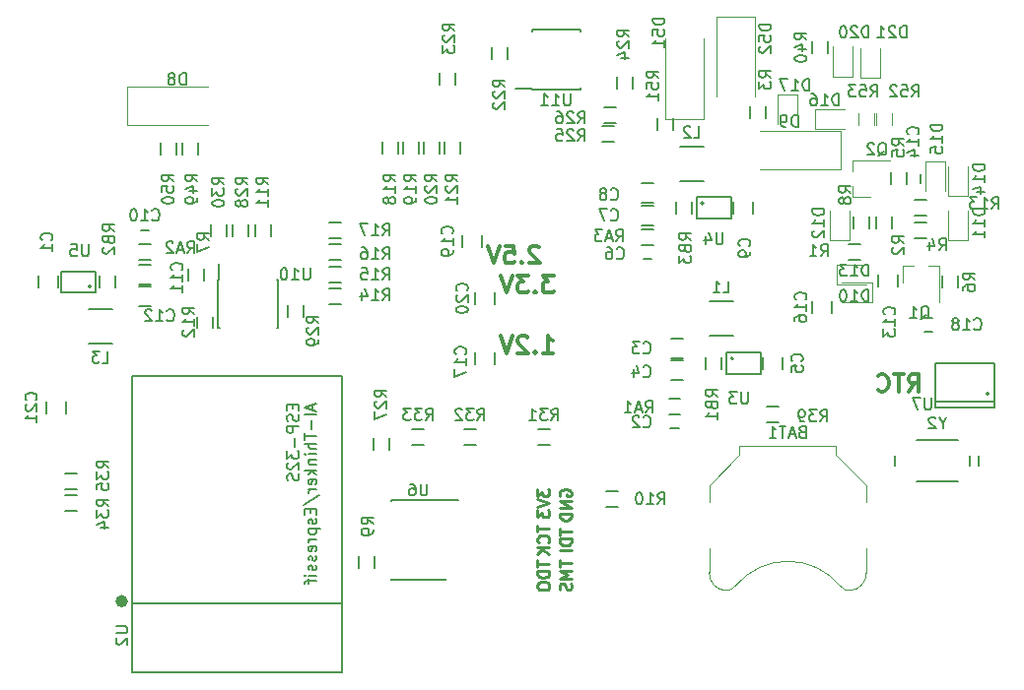
<source format=gbo>
G04 #@! TF.FileFunction,Legend,Bot*
%FSLAX46Y46*%
G04 Gerber Fmt 4.6, Leading zero omitted, Abs format (unit mm)*
G04 Created by KiCad (PCBNEW 4.0.7+dfsg1-1) date Wed Oct  4 16:58:54 2017*
%MOMM*%
%LPD*%
G01*
G04 APERTURE LIST*
%ADD10C,0.100000*%
%ADD11C,0.300000*%
%ADD12C,0.250000*%
%ADD13C,0.120000*%
%ADD14C,0.150000*%
%ADD15C,0.500000*%
%ADD16C,0.200000*%
G04 APERTURE END LIST*
D10*
D11*
X143232857Y-81950429D02*
X143161428Y-81879000D01*
X143018571Y-81807571D01*
X142661428Y-81807571D01*
X142518571Y-81879000D01*
X142447142Y-81950429D01*
X142375714Y-82093286D01*
X142375714Y-82236143D01*
X142447142Y-82450429D01*
X143304285Y-83307571D01*
X142375714Y-83307571D01*
X141732857Y-83164714D02*
X141661429Y-83236143D01*
X141732857Y-83307571D01*
X141804286Y-83236143D01*
X141732857Y-83164714D01*
X141732857Y-83307571D01*
X140304285Y-81807571D02*
X141018571Y-81807571D01*
X141090000Y-82521857D01*
X141018571Y-82450429D01*
X140875714Y-82379000D01*
X140518571Y-82379000D01*
X140375714Y-82450429D01*
X140304285Y-82521857D01*
X140232857Y-82664714D01*
X140232857Y-83021857D01*
X140304285Y-83164714D01*
X140375714Y-83236143D01*
X140518571Y-83307571D01*
X140875714Y-83307571D01*
X141018571Y-83236143D01*
X141090000Y-83164714D01*
X139804286Y-81807571D02*
X139304286Y-83307571D01*
X138804286Y-81807571D01*
X144447285Y-84347571D02*
X143518714Y-84347571D01*
X144018714Y-84919000D01*
X143804428Y-84919000D01*
X143661571Y-84990429D01*
X143590142Y-85061857D01*
X143518714Y-85204714D01*
X143518714Y-85561857D01*
X143590142Y-85704714D01*
X143661571Y-85776143D01*
X143804428Y-85847571D01*
X144233000Y-85847571D01*
X144375857Y-85776143D01*
X144447285Y-85704714D01*
X142875857Y-85704714D02*
X142804429Y-85776143D01*
X142875857Y-85847571D01*
X142947286Y-85776143D01*
X142875857Y-85704714D01*
X142875857Y-85847571D01*
X142304428Y-84347571D02*
X141375857Y-84347571D01*
X141875857Y-84919000D01*
X141661571Y-84919000D01*
X141518714Y-84990429D01*
X141447285Y-85061857D01*
X141375857Y-85204714D01*
X141375857Y-85561857D01*
X141447285Y-85704714D01*
X141518714Y-85776143D01*
X141661571Y-85847571D01*
X142090143Y-85847571D01*
X142233000Y-85776143D01*
X142304428Y-85704714D01*
X140947286Y-84347571D02*
X140447286Y-85847571D01*
X139947286Y-84347571D01*
X143518714Y-91054571D02*
X144375857Y-91054571D01*
X143947285Y-91054571D02*
X143947285Y-89554571D01*
X144090142Y-89768857D01*
X144233000Y-89911714D01*
X144375857Y-89983143D01*
X142875857Y-90911714D02*
X142804429Y-90983143D01*
X142875857Y-91054571D01*
X142947286Y-90983143D01*
X142875857Y-90911714D01*
X142875857Y-91054571D01*
X142233000Y-89697429D02*
X142161571Y-89626000D01*
X142018714Y-89554571D01*
X141661571Y-89554571D01*
X141518714Y-89626000D01*
X141447285Y-89697429D01*
X141375857Y-89840286D01*
X141375857Y-89983143D01*
X141447285Y-90197429D01*
X142304428Y-91054571D01*
X141375857Y-91054571D01*
X140947286Y-89554571D02*
X140447286Y-91054571D01*
X139947286Y-89554571D01*
D12*
X143082381Y-105854286D02*
X143082381Y-106425715D01*
X144082381Y-106140000D02*
X143082381Y-106140000D01*
X143987143Y-107330477D02*
X144034762Y-107282858D01*
X144082381Y-107140001D01*
X144082381Y-107044763D01*
X144034762Y-106901905D01*
X143939524Y-106806667D01*
X143844286Y-106759048D01*
X143653810Y-106711429D01*
X143510952Y-106711429D01*
X143320476Y-106759048D01*
X143225238Y-106806667D01*
X143130000Y-106901905D01*
X143082381Y-107044763D01*
X143082381Y-107140001D01*
X143130000Y-107282858D01*
X143177619Y-107330477D01*
X144082381Y-107759048D02*
X143082381Y-107759048D01*
X144082381Y-108330477D02*
X143510952Y-107901905D01*
X143082381Y-108330477D02*
X143653810Y-107759048D01*
X143082381Y-102726905D02*
X143082381Y-103345953D01*
X143463333Y-103012619D01*
X143463333Y-103155477D01*
X143510952Y-103250715D01*
X143558571Y-103298334D01*
X143653810Y-103345953D01*
X143891905Y-103345953D01*
X143987143Y-103298334D01*
X144034762Y-103250715D01*
X144082381Y-103155477D01*
X144082381Y-102869762D01*
X144034762Y-102774524D01*
X143987143Y-102726905D01*
X143082381Y-103631667D02*
X144082381Y-103965000D01*
X143082381Y-104298334D01*
X143082381Y-104536429D02*
X143082381Y-105155477D01*
X143463333Y-104822143D01*
X143463333Y-104965001D01*
X143510952Y-105060239D01*
X143558571Y-105107858D01*
X143653810Y-105155477D01*
X143891905Y-105155477D01*
X143987143Y-105107858D01*
X144034762Y-105060239D01*
X144082381Y-104965001D01*
X144082381Y-104679286D01*
X144034762Y-104584048D01*
X143987143Y-104536429D01*
X143082381Y-108878476D02*
X143082381Y-109449905D01*
X144082381Y-109164190D02*
X143082381Y-109164190D01*
X144082381Y-109783238D02*
X143082381Y-109783238D01*
X143082381Y-110021333D01*
X143130000Y-110164191D01*
X143225238Y-110259429D01*
X143320476Y-110307048D01*
X143510952Y-110354667D01*
X143653810Y-110354667D01*
X143844286Y-110307048D01*
X143939524Y-110259429D01*
X144034762Y-110164191D01*
X144082381Y-110021333D01*
X144082381Y-109783238D01*
X143082381Y-110973714D02*
X143082381Y-111164191D01*
X143130000Y-111259429D01*
X143225238Y-111354667D01*
X143415714Y-111402286D01*
X143749048Y-111402286D01*
X143939524Y-111354667D01*
X144034762Y-111259429D01*
X144082381Y-111164191D01*
X144082381Y-110973714D01*
X144034762Y-110878476D01*
X143939524Y-110783238D01*
X143749048Y-110735619D01*
X143415714Y-110735619D01*
X143225238Y-110783238D01*
X143130000Y-110878476D01*
X143082381Y-110973714D01*
X145035000Y-103330096D02*
X144987381Y-103234858D01*
X144987381Y-103092001D01*
X145035000Y-102949143D01*
X145130238Y-102853905D01*
X145225476Y-102806286D01*
X145415952Y-102758667D01*
X145558810Y-102758667D01*
X145749286Y-102806286D01*
X145844524Y-102853905D01*
X145939762Y-102949143D01*
X145987381Y-103092001D01*
X145987381Y-103187239D01*
X145939762Y-103330096D01*
X145892143Y-103377715D01*
X145558810Y-103377715D01*
X145558810Y-103187239D01*
X145987381Y-103806286D02*
X144987381Y-103806286D01*
X145987381Y-104377715D01*
X144987381Y-104377715D01*
X145987381Y-104853905D02*
X144987381Y-104853905D01*
X144987381Y-105092000D01*
X145035000Y-105234858D01*
X145130238Y-105330096D01*
X145225476Y-105377715D01*
X145415952Y-105425334D01*
X145558810Y-105425334D01*
X145749286Y-105377715D01*
X145844524Y-105330096D01*
X145939762Y-105234858D01*
X145987381Y-105092000D01*
X145987381Y-104853905D01*
X144987381Y-106116191D02*
X144987381Y-106687620D01*
X145987381Y-106401905D02*
X144987381Y-106401905D01*
X145987381Y-107020953D02*
X144987381Y-107020953D01*
X144987381Y-107259048D01*
X145035000Y-107401906D01*
X145130238Y-107497144D01*
X145225476Y-107544763D01*
X145415952Y-107592382D01*
X145558810Y-107592382D01*
X145749286Y-107544763D01*
X145844524Y-107497144D01*
X145939762Y-107401906D01*
X145987381Y-107259048D01*
X145987381Y-107020953D01*
X145987381Y-108020953D02*
X144987381Y-108020953D01*
X144987381Y-108854667D02*
X144987381Y-109426096D01*
X145987381Y-109140381D02*
X144987381Y-109140381D01*
X145987381Y-109759429D02*
X144987381Y-109759429D01*
X145701667Y-110092763D01*
X144987381Y-110426096D01*
X145987381Y-110426096D01*
X145939762Y-110854667D02*
X145987381Y-110997524D01*
X145987381Y-111235620D01*
X145939762Y-111330858D01*
X145892143Y-111378477D01*
X145796905Y-111426096D01*
X145701667Y-111426096D01*
X145606429Y-111378477D01*
X145558810Y-111330858D01*
X145511190Y-111235620D01*
X145463571Y-111045143D01*
X145415952Y-110949905D01*
X145368333Y-110902286D01*
X145273095Y-110854667D01*
X145177857Y-110854667D01*
X145082619Y-110902286D01*
X145035000Y-110949905D01*
X144987381Y-111045143D01*
X144987381Y-111283239D01*
X145035000Y-111426096D01*
D11*
X174967142Y-94356571D02*
X175467142Y-93642286D01*
X175824285Y-94356571D02*
X175824285Y-92856571D01*
X175252857Y-92856571D01*
X175109999Y-92928000D01*
X175038571Y-92999429D01*
X174967142Y-93142286D01*
X174967142Y-93356571D01*
X175038571Y-93499429D01*
X175109999Y-93570857D01*
X175252857Y-93642286D01*
X175824285Y-93642286D01*
X174538571Y-92856571D02*
X173681428Y-92856571D01*
X174109999Y-94356571D02*
X174109999Y-92856571D01*
X172324285Y-94213714D02*
X172395714Y-94285143D01*
X172610000Y-94356571D01*
X172752857Y-94356571D01*
X172967142Y-94285143D01*
X173110000Y-94142286D01*
X173181428Y-93999429D01*
X173252857Y-93713714D01*
X173252857Y-93499429D01*
X173181428Y-93213714D01*
X173110000Y-93070857D01*
X172967142Y-92928000D01*
X172752857Y-92856571D01*
X172610000Y-92856571D01*
X172395714Y-92928000D01*
X172324285Y-92999429D01*
D13*
X157345000Y-70900000D02*
X154045000Y-70900000D01*
X154045000Y-70900000D02*
X154045000Y-64000000D01*
X157345000Y-70900000D02*
X157345000Y-64000000D01*
D14*
X153369000Y-70826000D02*
X153369000Y-71826000D01*
X154719000Y-71826000D02*
X154719000Y-70826000D01*
X157870000Y-89565000D02*
X159870000Y-89565000D01*
X159870000Y-86615000D02*
X157870000Y-86615000D01*
X159886803Y-91500000D02*
G75*
G03X159886803Y-91500000I-111803J0D01*
G01*
X159275000Y-92800000D02*
X162275000Y-92800000D01*
X162275000Y-92800000D02*
X162275000Y-91000000D01*
X162275000Y-91000000D02*
X159275000Y-91000000D01*
X159275000Y-91000000D02*
X159275000Y-92800000D01*
X155330000Y-76230000D02*
X157330000Y-76230000D01*
X157330000Y-73280000D02*
X155330000Y-73280000D01*
X157346803Y-78135000D02*
G75*
G03X157346803Y-78135000I-111803J0D01*
G01*
X156735000Y-79435000D02*
X159735000Y-79435000D01*
X159735000Y-79435000D02*
X159735000Y-77635000D01*
X159735000Y-77635000D02*
X156735000Y-77635000D01*
X156735000Y-77635000D02*
X156735000Y-79435000D01*
X106530000Y-87250000D02*
X104530000Y-87250000D01*
X104530000Y-90200000D02*
X106530000Y-90200000D01*
X104736803Y-85315000D02*
G75*
G03X104736803Y-85315000I-111803J0D01*
G01*
X105125000Y-84015000D02*
X102125000Y-84015000D01*
X102125000Y-84015000D02*
X102125000Y-85815000D01*
X102125000Y-85815000D02*
X105125000Y-85815000D01*
X105125000Y-85815000D02*
X105125000Y-84015000D01*
X100235000Y-85415000D02*
X100235000Y-84415000D01*
X101935000Y-84415000D02*
X101935000Y-85415000D01*
X155560000Y-91480000D02*
X154560000Y-91480000D01*
X154560000Y-89780000D02*
X155560000Y-89780000D01*
X155560000Y-93385000D02*
X154560000Y-93385000D01*
X154560000Y-91685000D02*
X155560000Y-91685000D01*
X164165000Y-91400000D02*
X164165000Y-92400000D01*
X162465000Y-92400000D02*
X162465000Y-91400000D01*
X153020000Y-80050000D02*
X152020000Y-80050000D01*
X152020000Y-78350000D02*
X153020000Y-78350000D01*
X153020000Y-78145000D02*
X152020000Y-78145000D01*
X152020000Y-76445000D02*
X153020000Y-76445000D01*
X161625000Y-78065000D02*
X161625000Y-79065000D01*
X159925000Y-79065000D02*
X159925000Y-78065000D01*
X108840000Y-83430000D02*
X109840000Y-83430000D01*
X109840000Y-85130000D02*
X108840000Y-85130000D01*
X108840000Y-85335000D02*
X109840000Y-85335000D01*
X109840000Y-87035000D02*
X108840000Y-87035000D01*
X181857000Y-94567000D02*
G75*
G03X181857000Y-94567000I-127000J0D01*
G01*
X182365000Y-95202000D02*
X177285000Y-95202000D01*
X182365000Y-91900000D02*
X177285000Y-91900000D01*
X182365000Y-95710000D02*
X177285000Y-95710000D01*
X182365000Y-95710000D02*
X182365000Y-91900000D01*
X177285000Y-95710000D02*
X177285000Y-91900000D01*
X174071000Y-84288000D02*
X174071000Y-85288000D01*
X172371000Y-85288000D02*
X172371000Y-84288000D01*
D13*
X174435000Y-83520000D02*
X175365000Y-83520000D01*
X177595000Y-83520000D02*
X176665000Y-83520000D01*
X177595000Y-83520000D02*
X177595000Y-86680000D01*
X174435000Y-83520000D02*
X174435000Y-84980000D01*
X170175000Y-77605000D02*
X170175000Y-76675000D01*
X170175000Y-74445000D02*
X170175000Y-75375000D01*
X170175000Y-74445000D02*
X173335000Y-74445000D01*
X170175000Y-77605000D02*
X171635000Y-77605000D01*
D14*
X154510000Y-97510000D02*
X155210000Y-97510000D01*
X155210000Y-96310000D02*
X154510000Y-96310000D01*
X152170000Y-82975000D02*
X152870000Y-82975000D01*
X152870000Y-81775000D02*
X152170000Y-81775000D01*
X109690000Y-80505000D02*
X108990000Y-80505000D01*
X108990000Y-81705000D02*
X109690000Y-81705000D01*
X174780000Y-75675000D02*
X174780000Y-76375000D01*
X175980000Y-76375000D02*
X175980000Y-75675000D01*
X170800000Y-81700000D02*
X169800000Y-81700000D01*
X169800000Y-83050000D02*
X170800000Y-83050000D01*
X172165000Y-79335000D02*
X172165000Y-80335000D01*
X173515000Y-80335000D02*
X173515000Y-79335000D01*
X175515000Y-81145000D02*
X176515000Y-81145000D01*
X176515000Y-79795000D02*
X175515000Y-79795000D01*
X174785000Y-76525000D02*
X174785000Y-75525000D01*
X173435000Y-75525000D02*
X173435000Y-76525000D01*
X179230000Y-85415000D02*
X179230000Y-84415000D01*
X177880000Y-84415000D02*
X177880000Y-85415000D01*
X114460000Y-84780000D02*
X114460000Y-83780000D01*
X113110000Y-83780000D02*
X113110000Y-84780000D01*
X170260000Y-79335000D02*
X170260000Y-80335000D01*
X171610000Y-80335000D02*
X171610000Y-79335000D01*
X129065000Y-109545000D02*
X129065000Y-108545000D01*
X127715000Y-108545000D02*
X127715000Y-109545000D01*
X148972000Y-104259000D02*
X149972000Y-104259000D01*
X149972000Y-102909000D02*
X148972000Y-102909000D01*
X175515000Y-79240000D02*
X176515000Y-79240000D01*
X176515000Y-77890000D02*
X175515000Y-77890000D01*
X155360000Y-94965000D02*
X154360000Y-94965000D01*
X154360000Y-96315000D02*
X155360000Y-96315000D01*
X108840000Y-83050000D02*
X109840000Y-83050000D01*
X109840000Y-81700000D02*
X108840000Y-81700000D01*
X153020000Y-80430000D02*
X152020000Y-80430000D01*
X152020000Y-81780000D02*
X153020000Y-81780000D01*
X158910000Y-92400000D02*
X158910000Y-91400000D01*
X157560000Y-91400000D02*
X157560000Y-92400000D01*
X105490000Y-84415000D02*
X105490000Y-85415000D01*
X106840000Y-85415000D02*
X106840000Y-84415000D01*
X156370000Y-79065000D02*
X156370000Y-78065000D01*
X155020000Y-78065000D02*
X155020000Y-79065000D01*
X125182000Y-86860000D02*
X126182000Y-86860000D01*
X126182000Y-85510000D02*
X125182000Y-85510000D01*
X125182000Y-84954000D02*
X126182000Y-84954000D01*
X126182000Y-83604000D02*
X125182000Y-83604000D01*
X125182000Y-83050000D02*
X126182000Y-83050000D01*
X126182000Y-81700000D02*
X125182000Y-81700000D01*
X125182000Y-81145000D02*
X126182000Y-81145000D01*
X126182000Y-79795000D02*
X125182000Y-79795000D01*
X129747000Y-72858000D02*
X129747000Y-73858000D01*
X131097000Y-73858000D02*
X131097000Y-72858000D01*
X131525000Y-72858000D02*
X131525000Y-73858000D01*
X132875000Y-73858000D02*
X132875000Y-72858000D01*
X133303000Y-72858000D02*
X133303000Y-73858000D01*
X134653000Y-73858000D02*
X134653000Y-72858000D01*
X135081000Y-72858000D02*
X135081000Y-73858000D01*
X136431000Y-73858000D02*
X136431000Y-72858000D01*
X115655000Y-84745000D02*
X115705000Y-84745000D01*
X115655000Y-88895000D02*
X115800000Y-88895000D01*
X120805000Y-88895000D02*
X120660000Y-88895000D01*
X120805000Y-84745000D02*
X120660000Y-84745000D01*
X115655000Y-84745000D02*
X115655000Y-88895000D01*
X120805000Y-84745000D02*
X120805000Y-88895000D01*
X115705000Y-84745000D02*
X115705000Y-83345000D01*
X176300000Y-89198000D02*
X177000000Y-89198000D01*
X177000000Y-87998000D02*
X176300000Y-87998000D01*
X142605000Y-68375000D02*
X142605000Y-68325000D01*
X146755000Y-68375000D02*
X146755000Y-68230000D01*
X146755000Y-63225000D02*
X146755000Y-63370000D01*
X142605000Y-63225000D02*
X142605000Y-63370000D01*
X142605000Y-68375000D02*
X146755000Y-68375000D01*
X142605000Y-63225000D02*
X146755000Y-63225000D01*
X142605000Y-68325000D02*
X141205000Y-68325000D01*
D15*
X107638415Y-112384338D02*
G75*
G03X107638415Y-112384338I-283981J0D01*
G01*
D14*
X126260434Y-112530338D02*
X108260434Y-112530338D01*
X108260434Y-118530338D02*
X108260434Y-93030338D01*
X126260434Y-118530338D02*
X126260434Y-93030338D01*
X126260434Y-93030338D02*
X108260434Y-93030338D01*
X126260434Y-118530338D02*
X108260434Y-118530338D01*
X161370000Y-69810000D02*
X161370000Y-70810000D01*
X162720000Y-70810000D02*
X162720000Y-69810000D01*
X139145000Y-64730000D02*
X139145000Y-65730000D01*
X140495000Y-65730000D02*
X140495000Y-64730000D01*
X134700000Y-66932000D02*
X134700000Y-67932000D01*
X136050000Y-67932000D02*
X136050000Y-66932000D01*
X149940000Y-67270000D02*
X149940000Y-68270000D01*
X151290000Y-68270000D02*
X151290000Y-67270000D01*
X148675000Y-72890000D02*
X149675000Y-72890000D01*
X149675000Y-71540000D02*
X148675000Y-71540000D01*
X148780000Y-71275000D02*
X149780000Y-71275000D01*
X149780000Y-69925000D02*
X148780000Y-69925000D01*
X130510000Y-103690000D02*
X130510000Y-103790000D01*
X130510000Y-110515000D02*
X130510000Y-110490000D01*
X135160000Y-110515000D02*
X135160000Y-110490000D01*
X136235000Y-103690000D02*
X130510000Y-103690000D01*
X135160000Y-110515000D02*
X130510000Y-110515000D01*
X120175000Y-80970000D02*
X120175000Y-79970000D01*
X118825000Y-79970000D02*
X118825000Y-80970000D01*
X113805000Y-87900000D02*
X113805000Y-88900000D01*
X115155000Y-88900000D02*
X115155000Y-87900000D01*
X128985000Y-98385000D02*
X128985000Y-99385000D01*
X130335000Y-99385000D02*
X130335000Y-98385000D01*
X118270000Y-80970000D02*
X118270000Y-79970000D01*
X116920000Y-79970000D02*
X116920000Y-80970000D01*
X122955000Y-87900000D02*
X122955000Y-86900000D01*
X121605000Y-86900000D02*
X121605000Y-87900000D01*
X116365000Y-80970000D02*
X116365000Y-79970000D01*
X115015000Y-79970000D02*
X115015000Y-80970000D01*
X143130000Y-98925000D02*
X144130000Y-98925000D01*
X144130000Y-97575000D02*
X143130000Y-97575000D01*
X136780000Y-98925000D02*
X137780000Y-98925000D01*
X137780000Y-97575000D02*
X136780000Y-97575000D01*
X132335000Y-98925000D02*
X133335000Y-98925000D01*
X133335000Y-97575000D02*
X132335000Y-97575000D01*
X103490000Y-103290000D02*
X102490000Y-103290000D01*
X102490000Y-104640000D02*
X103490000Y-104640000D01*
X103490000Y-101385000D02*
X102490000Y-101385000D01*
X102490000Y-102735000D02*
X103490000Y-102735000D01*
X168356000Y-86574000D02*
X168356000Y-87574000D01*
X166656000Y-87574000D02*
X166656000Y-86574000D01*
X162815000Y-97020000D02*
X163815000Y-97020000D01*
X163815000Y-95670000D02*
X162815000Y-95670000D01*
X166704000Y-64222000D02*
X166704000Y-65222000D01*
X168054000Y-65222000D02*
X168054000Y-64222000D01*
X137700000Y-92019000D02*
X137700000Y-91019000D01*
X139400000Y-91019000D02*
X139400000Y-92019000D01*
X138330000Y-80900000D02*
X138330000Y-81900000D01*
X136630000Y-81900000D02*
X136630000Y-80900000D01*
X137700000Y-86792000D02*
X137700000Y-85792000D01*
X139400000Y-85792000D02*
X139400000Y-86792000D01*
X100870000Y-96210000D02*
X100870000Y-95210000D01*
X102570000Y-95210000D02*
X102570000Y-96210000D01*
X112602000Y-72985000D02*
X112602000Y-73985000D01*
X113952000Y-73985000D02*
X113952000Y-72985000D01*
X110697000Y-72985000D02*
X110697000Y-73985000D01*
X112047000Y-73985000D02*
X112047000Y-72985000D01*
D13*
X172160000Y-70445000D02*
X172160000Y-71445000D01*
X173520000Y-71445000D02*
X173520000Y-70445000D01*
X170636000Y-70445000D02*
X170636000Y-71445000D01*
X171996000Y-71445000D02*
X171996000Y-70445000D01*
X159170385Y-111454160D02*
G75*
G03X160085000Y-111070000I124615J984160D01*
G01*
X169999615Y-111454160D02*
G75*
G02X169085000Y-111070000I-124615J984160D01*
G01*
X160094339Y-111058671D02*
G75*
G02X169085000Y-111070000I4490661J-3711329D01*
G01*
X157835000Y-109920000D02*
G75*
G03X159285000Y-111470000I1500000J-50000D01*
G01*
X171335000Y-109920000D02*
G75*
G02X169885000Y-111470000I-1500000J-50000D01*
G01*
X157835000Y-107870000D02*
X157835000Y-109970000D01*
X171335000Y-107870000D02*
X171335000Y-109970000D01*
X171335000Y-103870000D02*
X171335000Y-102420000D01*
X171335000Y-102420000D02*
X168735000Y-99820000D01*
X168735000Y-99820000D02*
X168735000Y-99020000D01*
X168735000Y-99020000D02*
X160435000Y-99020000D01*
X160435000Y-99020000D02*
X160435000Y-99820000D01*
X160435000Y-99820000D02*
X157835000Y-102420000D01*
X157835000Y-102420000D02*
X157835000Y-103870000D01*
D14*
X173812000Y-99882000D02*
X173812000Y-100682000D01*
X179212000Y-98482000D02*
X175612000Y-98482000D01*
X179212000Y-102082000D02*
X175612000Y-102082000D01*
X180212000Y-99882000D02*
X180212000Y-100682000D01*
X181012000Y-99882000D02*
X181012000Y-100682000D01*
D13*
X176435000Y-74525000D02*
X178135000Y-74525000D01*
X178135000Y-74525000D02*
X178135000Y-77075000D01*
X176435000Y-74525000D02*
X176435000Y-77075000D01*
X168800000Y-85130000D02*
X168800000Y-83430000D01*
X168800000Y-83430000D02*
X171350000Y-83430000D01*
X168800000Y-85130000D02*
X171350000Y-85130000D01*
X180040000Y-81335000D02*
X178340000Y-81335000D01*
X178340000Y-81335000D02*
X178340000Y-78785000D01*
X180040000Y-81335000D02*
X180040000Y-78785000D01*
X169880000Y-81335000D02*
X168180000Y-81335000D01*
X168180000Y-81335000D02*
X168180000Y-78785000D01*
X169880000Y-81335000D02*
X169880000Y-78785000D01*
X171800000Y-84954000D02*
X171800000Y-86654000D01*
X171800000Y-86654000D02*
X169250000Y-86654000D01*
X171800000Y-84954000D02*
X169250000Y-84954000D01*
X180040000Y-77525000D02*
X178340000Y-77525000D01*
X178340000Y-77525000D02*
X178340000Y-74975000D01*
X180040000Y-77525000D02*
X180040000Y-74975000D01*
X166895000Y-71795000D02*
X166895000Y-70095000D01*
X166895000Y-70095000D02*
X169445000Y-70095000D01*
X166895000Y-71795000D02*
X169445000Y-71795000D01*
X163735000Y-68810000D02*
X165435000Y-68810000D01*
X165435000Y-68810000D02*
X165435000Y-71360000D01*
X163735000Y-68810000D02*
X163735000Y-71360000D01*
X170134000Y-67238000D02*
X168434000Y-67238000D01*
X168434000Y-67238000D02*
X168434000Y-64688000D01*
X170134000Y-67238000D02*
X170134000Y-64688000D01*
X172547000Y-67331000D02*
X170847000Y-67331000D01*
X170847000Y-67331000D02*
X170847000Y-64781000D01*
X172547000Y-67331000D02*
X172547000Y-64781000D01*
X107861000Y-71452000D02*
X107861000Y-68152000D01*
X107861000Y-68152000D02*
X114761000Y-68152000D01*
X107861000Y-71452000D02*
X114761000Y-71452000D01*
X169112000Y-71962000D02*
X169112000Y-75262000D01*
X169112000Y-75262000D02*
X162212000Y-75262000D01*
X169112000Y-71962000D02*
X162212000Y-71962000D01*
X158490000Y-62100000D02*
X161790000Y-62100000D01*
X161790000Y-62100000D02*
X161790000Y-69000000D01*
X158490000Y-62100000D02*
X158490000Y-69000000D01*
D14*
X153988381Y-62237714D02*
X152988381Y-62237714D01*
X152988381Y-62475809D01*
X153036000Y-62618667D01*
X153131238Y-62713905D01*
X153226476Y-62761524D01*
X153416952Y-62809143D01*
X153559810Y-62809143D01*
X153750286Y-62761524D01*
X153845524Y-62713905D01*
X153940762Y-62618667D01*
X153988381Y-62475809D01*
X153988381Y-62237714D01*
X152988381Y-63713905D02*
X152988381Y-63237714D01*
X153464571Y-63190095D01*
X153416952Y-63237714D01*
X153369333Y-63332952D01*
X153369333Y-63571048D01*
X153416952Y-63666286D01*
X153464571Y-63713905D01*
X153559810Y-63761524D01*
X153797905Y-63761524D01*
X153893143Y-63713905D01*
X153940762Y-63666286D01*
X153988381Y-63571048D01*
X153988381Y-63332952D01*
X153940762Y-63237714D01*
X153893143Y-63190095D01*
X153988381Y-64713905D02*
X153988381Y-64142476D01*
X153988381Y-64428190D02*
X152988381Y-64428190D01*
X153131238Y-64332952D01*
X153226476Y-64237714D01*
X153274095Y-64142476D01*
X153480381Y-67381143D02*
X153004190Y-67047809D01*
X153480381Y-66809714D02*
X152480381Y-66809714D01*
X152480381Y-67190667D01*
X152528000Y-67285905D01*
X152575619Y-67333524D01*
X152670857Y-67381143D01*
X152813714Y-67381143D01*
X152908952Y-67333524D01*
X152956571Y-67285905D01*
X153004190Y-67190667D01*
X153004190Y-66809714D01*
X152480381Y-68285905D02*
X152480381Y-67809714D01*
X152956571Y-67762095D01*
X152908952Y-67809714D01*
X152861333Y-67904952D01*
X152861333Y-68143048D01*
X152908952Y-68238286D01*
X152956571Y-68285905D01*
X153051810Y-68333524D01*
X153289905Y-68333524D01*
X153385143Y-68285905D01*
X153432762Y-68238286D01*
X153480381Y-68143048D01*
X153480381Y-67904952D01*
X153432762Y-67809714D01*
X153385143Y-67762095D01*
X153480381Y-69285905D02*
X153480381Y-68714476D01*
X153480381Y-69000190D02*
X152480381Y-69000190D01*
X152623238Y-68904952D01*
X152718476Y-68809714D01*
X152766095Y-68714476D01*
X159036666Y-85842381D02*
X159512857Y-85842381D01*
X159512857Y-84842381D01*
X158179523Y-85842381D02*
X158750952Y-85842381D01*
X158465238Y-85842381D02*
X158465238Y-84842381D01*
X158560476Y-84985238D01*
X158655714Y-85080476D01*
X158750952Y-85128095D01*
D16*
X161155905Y-94400381D02*
X161155905Y-95209905D01*
X161108286Y-95305143D01*
X161060667Y-95352762D01*
X160965429Y-95400381D01*
X160774952Y-95400381D01*
X160679714Y-95352762D01*
X160632095Y-95305143D01*
X160584476Y-95209905D01*
X160584476Y-94400381D01*
X160203524Y-94400381D02*
X159584476Y-94400381D01*
X159917810Y-94781333D01*
X159774952Y-94781333D01*
X159679714Y-94828952D01*
X159632095Y-94876571D01*
X159584476Y-94971810D01*
X159584476Y-95209905D01*
X159632095Y-95305143D01*
X159679714Y-95352762D01*
X159774952Y-95400381D01*
X160060667Y-95400381D01*
X160155905Y-95352762D01*
X160203524Y-95305143D01*
D14*
X156496666Y-72507381D02*
X156972857Y-72507381D01*
X156972857Y-71507381D01*
X156210952Y-71602619D02*
X156163333Y-71555000D01*
X156068095Y-71507381D01*
X155829999Y-71507381D01*
X155734761Y-71555000D01*
X155687142Y-71602619D01*
X155639523Y-71697857D01*
X155639523Y-71793095D01*
X155687142Y-71935952D01*
X156258571Y-72507381D01*
X155639523Y-72507381D01*
D16*
X158996905Y-80684381D02*
X158996905Y-81493905D01*
X158949286Y-81589143D01*
X158901667Y-81636762D01*
X158806429Y-81684381D01*
X158615952Y-81684381D01*
X158520714Y-81636762D01*
X158473095Y-81589143D01*
X158425476Y-81493905D01*
X158425476Y-80684381D01*
X157520714Y-81017714D02*
X157520714Y-81684381D01*
X157758810Y-80636762D02*
X157996905Y-81351048D01*
X157377857Y-81351048D01*
D14*
X105696666Y-91877381D02*
X106172857Y-91877381D01*
X106172857Y-90877381D01*
X105458571Y-90877381D02*
X104839523Y-90877381D01*
X105172857Y-91258333D01*
X105029999Y-91258333D01*
X104934761Y-91305952D01*
X104887142Y-91353571D01*
X104839523Y-91448810D01*
X104839523Y-91686905D01*
X104887142Y-91782143D01*
X104934761Y-91829762D01*
X105029999Y-91877381D01*
X105315714Y-91877381D01*
X105410952Y-91829762D01*
X105458571Y-91782143D01*
D16*
X104513905Y-81700381D02*
X104513905Y-82509905D01*
X104466286Y-82605143D01*
X104418667Y-82652762D01*
X104323429Y-82700381D01*
X104132952Y-82700381D01*
X104037714Y-82652762D01*
X103990095Y-82605143D01*
X103942476Y-82509905D01*
X103942476Y-81700381D01*
X102990095Y-81700381D02*
X103466286Y-81700381D01*
X103513905Y-82176571D01*
X103466286Y-82128952D01*
X103371048Y-82081333D01*
X103132952Y-82081333D01*
X103037714Y-82128952D01*
X102990095Y-82176571D01*
X102942476Y-82271810D01*
X102942476Y-82509905D01*
X102990095Y-82605143D01*
X103037714Y-82652762D01*
X103132952Y-82700381D01*
X103371048Y-82700381D01*
X103466286Y-82652762D01*
X103513905Y-82605143D01*
D14*
X101315143Y-81319334D02*
X101362762Y-81271715D01*
X101410381Y-81128858D01*
X101410381Y-81033620D01*
X101362762Y-80890762D01*
X101267524Y-80795524D01*
X101172286Y-80747905D01*
X100981810Y-80700286D01*
X100838952Y-80700286D01*
X100648476Y-80747905D01*
X100553238Y-80795524D01*
X100458000Y-80890762D01*
X100410381Y-81033620D01*
X100410381Y-81128858D01*
X100458000Y-81271715D01*
X100505619Y-81319334D01*
X101410381Y-82271715D02*
X101410381Y-81700286D01*
X101410381Y-81986000D02*
X100410381Y-81986000D01*
X100553238Y-81890762D01*
X100648476Y-81795524D01*
X100696095Y-81700286D01*
X152178666Y-90987143D02*
X152226285Y-91034762D01*
X152369142Y-91082381D01*
X152464380Y-91082381D01*
X152607238Y-91034762D01*
X152702476Y-90939524D01*
X152750095Y-90844286D01*
X152797714Y-90653810D01*
X152797714Y-90510952D01*
X152750095Y-90320476D01*
X152702476Y-90225238D01*
X152607238Y-90130000D01*
X152464380Y-90082381D01*
X152369142Y-90082381D01*
X152226285Y-90130000D01*
X152178666Y-90177619D01*
X151845333Y-90082381D02*
X151226285Y-90082381D01*
X151559619Y-90463333D01*
X151416761Y-90463333D01*
X151321523Y-90510952D01*
X151273904Y-90558571D01*
X151226285Y-90653810D01*
X151226285Y-90891905D01*
X151273904Y-90987143D01*
X151321523Y-91034762D01*
X151416761Y-91082381D01*
X151702476Y-91082381D01*
X151797714Y-91034762D01*
X151845333Y-90987143D01*
X152178666Y-93019143D02*
X152226285Y-93066762D01*
X152369142Y-93114381D01*
X152464380Y-93114381D01*
X152607238Y-93066762D01*
X152702476Y-92971524D01*
X152750095Y-92876286D01*
X152797714Y-92685810D01*
X152797714Y-92542952D01*
X152750095Y-92352476D01*
X152702476Y-92257238D01*
X152607238Y-92162000D01*
X152464380Y-92114381D01*
X152369142Y-92114381D01*
X152226285Y-92162000D01*
X152178666Y-92209619D01*
X151321523Y-92447714D02*
X151321523Y-93114381D01*
X151559619Y-92066762D02*
X151797714Y-92781048D01*
X151178666Y-92781048D01*
X165772143Y-91733334D02*
X165819762Y-91685715D01*
X165867381Y-91542858D01*
X165867381Y-91447620D01*
X165819762Y-91304762D01*
X165724524Y-91209524D01*
X165629286Y-91161905D01*
X165438810Y-91114286D01*
X165295952Y-91114286D01*
X165105476Y-91161905D01*
X165010238Y-91209524D01*
X164915000Y-91304762D01*
X164867381Y-91447620D01*
X164867381Y-91542858D01*
X164915000Y-91685715D01*
X164962619Y-91733334D01*
X164867381Y-92638096D02*
X164867381Y-92161905D01*
X165343571Y-92114286D01*
X165295952Y-92161905D01*
X165248333Y-92257143D01*
X165248333Y-92495239D01*
X165295952Y-92590477D01*
X165343571Y-92638096D01*
X165438810Y-92685715D01*
X165676905Y-92685715D01*
X165772143Y-92638096D01*
X165819762Y-92590477D01*
X165867381Y-92495239D01*
X165867381Y-92257143D01*
X165819762Y-92161905D01*
X165772143Y-92114286D01*
X149384666Y-79557143D02*
X149432285Y-79604762D01*
X149575142Y-79652381D01*
X149670380Y-79652381D01*
X149813238Y-79604762D01*
X149908476Y-79509524D01*
X149956095Y-79414286D01*
X150003714Y-79223810D01*
X150003714Y-79080952D01*
X149956095Y-78890476D01*
X149908476Y-78795238D01*
X149813238Y-78700000D01*
X149670380Y-78652381D01*
X149575142Y-78652381D01*
X149432285Y-78700000D01*
X149384666Y-78747619D01*
X149051333Y-78652381D02*
X148384666Y-78652381D01*
X148813238Y-79652381D01*
X149384666Y-77779143D02*
X149432285Y-77826762D01*
X149575142Y-77874381D01*
X149670380Y-77874381D01*
X149813238Y-77826762D01*
X149908476Y-77731524D01*
X149956095Y-77636286D01*
X150003714Y-77445810D01*
X150003714Y-77302952D01*
X149956095Y-77112476D01*
X149908476Y-77017238D01*
X149813238Y-76922000D01*
X149670380Y-76874381D01*
X149575142Y-76874381D01*
X149432285Y-76922000D01*
X149384666Y-76969619D01*
X148813238Y-77302952D02*
X148908476Y-77255333D01*
X148956095Y-77207714D01*
X149003714Y-77112476D01*
X149003714Y-77064857D01*
X148956095Y-76969619D01*
X148908476Y-76922000D01*
X148813238Y-76874381D01*
X148622761Y-76874381D01*
X148527523Y-76922000D01*
X148479904Y-76969619D01*
X148432285Y-77064857D01*
X148432285Y-77112476D01*
X148479904Y-77207714D01*
X148527523Y-77255333D01*
X148622761Y-77302952D01*
X148813238Y-77302952D01*
X148908476Y-77350571D01*
X148956095Y-77398190D01*
X149003714Y-77493429D01*
X149003714Y-77683905D01*
X148956095Y-77779143D01*
X148908476Y-77826762D01*
X148813238Y-77874381D01*
X148622761Y-77874381D01*
X148527523Y-77826762D01*
X148479904Y-77779143D01*
X148432285Y-77683905D01*
X148432285Y-77493429D01*
X148479904Y-77398190D01*
X148527523Y-77350571D01*
X148622761Y-77302952D01*
X161259143Y-81827334D02*
X161306762Y-81779715D01*
X161354381Y-81636858D01*
X161354381Y-81541620D01*
X161306762Y-81398762D01*
X161211524Y-81303524D01*
X161116286Y-81255905D01*
X160925810Y-81208286D01*
X160782952Y-81208286D01*
X160592476Y-81255905D01*
X160497238Y-81303524D01*
X160402000Y-81398762D01*
X160354381Y-81541620D01*
X160354381Y-81636858D01*
X160402000Y-81779715D01*
X160449619Y-81827334D01*
X161354381Y-82303524D02*
X161354381Y-82494000D01*
X161306762Y-82589239D01*
X161259143Y-82636858D01*
X161116286Y-82732096D01*
X160925810Y-82779715D01*
X160544857Y-82779715D01*
X160449619Y-82732096D01*
X160402000Y-82684477D01*
X160354381Y-82589239D01*
X160354381Y-82398762D01*
X160402000Y-82303524D01*
X160449619Y-82255905D01*
X160544857Y-82208286D01*
X160782952Y-82208286D01*
X160878190Y-82255905D01*
X160925810Y-82303524D01*
X160973429Y-82398762D01*
X160973429Y-82589239D01*
X160925810Y-82684477D01*
X160878190Y-82732096D01*
X160782952Y-82779715D01*
X112491143Y-83891143D02*
X112538762Y-83843524D01*
X112586381Y-83700667D01*
X112586381Y-83605429D01*
X112538762Y-83462571D01*
X112443524Y-83367333D01*
X112348286Y-83319714D01*
X112157810Y-83272095D01*
X112014952Y-83272095D01*
X111824476Y-83319714D01*
X111729238Y-83367333D01*
X111634000Y-83462571D01*
X111586381Y-83605429D01*
X111586381Y-83700667D01*
X111634000Y-83843524D01*
X111681619Y-83891143D01*
X112586381Y-84843524D02*
X112586381Y-84272095D01*
X112586381Y-84557809D02*
X111586381Y-84557809D01*
X111729238Y-84462571D01*
X111824476Y-84367333D01*
X111872095Y-84272095D01*
X112586381Y-85795905D02*
X112586381Y-85224476D01*
X112586381Y-85510190D02*
X111586381Y-85510190D01*
X111729238Y-85414952D01*
X111824476Y-85319714D01*
X111872095Y-85224476D01*
X111252857Y-88193143D02*
X111300476Y-88240762D01*
X111443333Y-88288381D01*
X111538571Y-88288381D01*
X111681429Y-88240762D01*
X111776667Y-88145524D01*
X111824286Y-88050286D01*
X111871905Y-87859810D01*
X111871905Y-87716952D01*
X111824286Y-87526476D01*
X111776667Y-87431238D01*
X111681429Y-87336000D01*
X111538571Y-87288381D01*
X111443333Y-87288381D01*
X111300476Y-87336000D01*
X111252857Y-87383619D01*
X110300476Y-88288381D02*
X110871905Y-88288381D01*
X110586191Y-88288381D02*
X110586191Y-87288381D01*
X110681429Y-87431238D01*
X110776667Y-87526476D01*
X110871905Y-87574095D01*
X109919524Y-87383619D02*
X109871905Y-87336000D01*
X109776667Y-87288381D01*
X109538571Y-87288381D01*
X109443333Y-87336000D01*
X109395714Y-87383619D01*
X109348095Y-87478857D01*
X109348095Y-87574095D01*
X109395714Y-87716952D01*
X109967143Y-88288381D01*
X109348095Y-88288381D01*
X176903905Y-94908381D02*
X176903905Y-95717905D01*
X176856286Y-95813143D01*
X176808667Y-95860762D01*
X176713429Y-95908381D01*
X176522952Y-95908381D01*
X176427714Y-95860762D01*
X176380095Y-95813143D01*
X176332476Y-95717905D01*
X176332476Y-94908381D01*
X175951524Y-94908381D02*
X175284857Y-94908381D01*
X175713429Y-95908381D01*
X173705143Y-87701143D02*
X173752762Y-87653524D01*
X173800381Y-87510667D01*
X173800381Y-87415429D01*
X173752762Y-87272571D01*
X173657524Y-87177333D01*
X173562286Y-87129714D01*
X173371810Y-87082095D01*
X173228952Y-87082095D01*
X173038476Y-87129714D01*
X172943238Y-87177333D01*
X172848000Y-87272571D01*
X172800381Y-87415429D01*
X172800381Y-87510667D01*
X172848000Y-87653524D01*
X172895619Y-87701143D01*
X173800381Y-88653524D02*
X173800381Y-88082095D01*
X173800381Y-88367809D02*
X172800381Y-88367809D01*
X172943238Y-88272571D01*
X173038476Y-88177333D01*
X173086095Y-88082095D01*
X172800381Y-88986857D02*
X172800381Y-89605905D01*
X173181333Y-89272571D01*
X173181333Y-89415429D01*
X173228952Y-89510667D01*
X173276571Y-89558286D01*
X173371810Y-89605905D01*
X173609905Y-89605905D01*
X173705143Y-89558286D01*
X173752762Y-89510667D01*
X173800381Y-89415429D01*
X173800381Y-89129714D01*
X173752762Y-89034476D01*
X173705143Y-88986857D01*
X175983238Y-88129619D02*
X176078476Y-88082000D01*
X176173714Y-87986762D01*
X176316571Y-87843905D01*
X176411810Y-87796286D01*
X176507048Y-87796286D01*
X176459429Y-88034381D02*
X176554667Y-87986762D01*
X176649905Y-87891524D01*
X176697524Y-87701048D01*
X176697524Y-87367714D01*
X176649905Y-87177238D01*
X176554667Y-87082000D01*
X176459429Y-87034381D01*
X176268952Y-87034381D01*
X176173714Y-87082000D01*
X176078476Y-87177238D01*
X176030857Y-87367714D01*
X176030857Y-87701048D01*
X176078476Y-87891524D01*
X176173714Y-87986762D01*
X176268952Y-88034381D01*
X176459429Y-88034381D01*
X175078476Y-88034381D02*
X175649905Y-88034381D01*
X175364191Y-88034381D02*
X175364191Y-87034381D01*
X175459429Y-87177238D01*
X175554667Y-87272476D01*
X175649905Y-87320095D01*
X172325238Y-74072619D02*
X172420476Y-74025000D01*
X172515714Y-73929762D01*
X172658571Y-73786905D01*
X172753810Y-73739286D01*
X172849048Y-73739286D01*
X172801429Y-73977381D02*
X172896667Y-73929762D01*
X172991905Y-73834524D01*
X173039524Y-73644048D01*
X173039524Y-73310714D01*
X172991905Y-73120238D01*
X172896667Y-73025000D01*
X172801429Y-72977381D01*
X172610952Y-72977381D01*
X172515714Y-73025000D01*
X172420476Y-73120238D01*
X172372857Y-73310714D01*
X172372857Y-73644048D01*
X172420476Y-73834524D01*
X172515714Y-73929762D01*
X172610952Y-73977381D01*
X172801429Y-73977381D01*
X171991905Y-73072619D02*
X171944286Y-73025000D01*
X171849048Y-72977381D01*
X171610952Y-72977381D01*
X171515714Y-73025000D01*
X171468095Y-73072619D01*
X171420476Y-73167857D01*
X171420476Y-73263095D01*
X171468095Y-73405952D01*
X172039524Y-73977381D01*
X171420476Y-73977381D01*
X152178666Y-97337143D02*
X152226285Y-97384762D01*
X152369142Y-97432381D01*
X152464380Y-97432381D01*
X152607238Y-97384762D01*
X152702476Y-97289524D01*
X152750095Y-97194286D01*
X152797714Y-97003810D01*
X152797714Y-96860952D01*
X152750095Y-96670476D01*
X152702476Y-96575238D01*
X152607238Y-96480000D01*
X152464380Y-96432381D01*
X152369142Y-96432381D01*
X152226285Y-96480000D01*
X152178666Y-96527619D01*
X151797714Y-96527619D02*
X151750095Y-96480000D01*
X151654857Y-96432381D01*
X151416761Y-96432381D01*
X151321523Y-96480000D01*
X151273904Y-96527619D01*
X151226285Y-96622857D01*
X151226285Y-96718095D01*
X151273904Y-96860952D01*
X151845333Y-97432381D01*
X151226285Y-97432381D01*
X149892666Y-82859143D02*
X149940285Y-82906762D01*
X150083142Y-82954381D01*
X150178380Y-82954381D01*
X150321238Y-82906762D01*
X150416476Y-82811524D01*
X150464095Y-82716286D01*
X150511714Y-82525810D01*
X150511714Y-82382952D01*
X150464095Y-82192476D01*
X150416476Y-82097238D01*
X150321238Y-82002000D01*
X150178380Y-81954381D01*
X150083142Y-81954381D01*
X149940285Y-82002000D01*
X149892666Y-82049619D01*
X149035523Y-81954381D02*
X149226000Y-81954381D01*
X149321238Y-82002000D01*
X149368857Y-82049619D01*
X149464095Y-82192476D01*
X149511714Y-82382952D01*
X149511714Y-82763905D01*
X149464095Y-82859143D01*
X149416476Y-82906762D01*
X149321238Y-82954381D01*
X149130761Y-82954381D01*
X149035523Y-82906762D01*
X148987904Y-82859143D01*
X148940285Y-82763905D01*
X148940285Y-82525810D01*
X148987904Y-82430571D01*
X149035523Y-82382952D01*
X149130761Y-82335333D01*
X149321238Y-82335333D01*
X149416476Y-82382952D01*
X149464095Y-82430571D01*
X149511714Y-82525810D01*
X109982857Y-79562143D02*
X110030476Y-79609762D01*
X110173333Y-79657381D01*
X110268571Y-79657381D01*
X110411429Y-79609762D01*
X110506667Y-79514524D01*
X110554286Y-79419286D01*
X110601905Y-79228810D01*
X110601905Y-79085952D01*
X110554286Y-78895476D01*
X110506667Y-78800238D01*
X110411429Y-78705000D01*
X110268571Y-78657381D01*
X110173333Y-78657381D01*
X110030476Y-78705000D01*
X109982857Y-78752619D01*
X109030476Y-79657381D02*
X109601905Y-79657381D01*
X109316191Y-79657381D02*
X109316191Y-78657381D01*
X109411429Y-78800238D01*
X109506667Y-78895476D01*
X109601905Y-78943095D01*
X108411429Y-78657381D02*
X108316190Y-78657381D01*
X108220952Y-78705000D01*
X108173333Y-78752619D01*
X108125714Y-78847857D01*
X108078095Y-79038333D01*
X108078095Y-79276429D01*
X108125714Y-79466905D01*
X108173333Y-79562143D01*
X108220952Y-79609762D01*
X108316190Y-79657381D01*
X108411429Y-79657381D01*
X108506667Y-79609762D01*
X108554286Y-79562143D01*
X108601905Y-79466905D01*
X108649524Y-79276429D01*
X108649524Y-79038333D01*
X108601905Y-78847857D01*
X108554286Y-78752619D01*
X108506667Y-78705000D01*
X108411429Y-78657381D01*
X175737143Y-72207143D02*
X175784762Y-72159524D01*
X175832381Y-72016667D01*
X175832381Y-71921429D01*
X175784762Y-71778571D01*
X175689524Y-71683333D01*
X175594286Y-71635714D01*
X175403810Y-71588095D01*
X175260952Y-71588095D01*
X175070476Y-71635714D01*
X174975238Y-71683333D01*
X174880000Y-71778571D01*
X174832381Y-71921429D01*
X174832381Y-72016667D01*
X174880000Y-72159524D01*
X174927619Y-72207143D01*
X175832381Y-73159524D02*
X175832381Y-72588095D01*
X175832381Y-72873809D02*
X174832381Y-72873809D01*
X174975238Y-72778571D01*
X175070476Y-72683333D01*
X175118095Y-72588095D01*
X175165714Y-74016667D02*
X175832381Y-74016667D01*
X174784762Y-73778571D02*
X175499048Y-73540476D01*
X175499048Y-74159524D01*
X167418666Y-82700381D02*
X167752000Y-82224190D01*
X167990095Y-82700381D02*
X167990095Y-81700381D01*
X167609142Y-81700381D01*
X167513904Y-81748000D01*
X167466285Y-81795619D01*
X167418666Y-81890857D01*
X167418666Y-82033714D01*
X167466285Y-82128952D01*
X167513904Y-82176571D01*
X167609142Y-82224190D01*
X167990095Y-82224190D01*
X166466285Y-82700381D02*
X167037714Y-82700381D01*
X166752000Y-82700381D02*
X166752000Y-81700381D01*
X166847238Y-81843238D01*
X166942476Y-81938476D01*
X167037714Y-81986095D01*
X174562381Y-81573334D02*
X174086190Y-81240000D01*
X174562381Y-81001905D02*
X173562381Y-81001905D01*
X173562381Y-81382858D01*
X173610000Y-81478096D01*
X173657619Y-81525715D01*
X173752857Y-81573334D01*
X173895714Y-81573334D01*
X173990952Y-81525715D01*
X174038571Y-81478096D01*
X174086190Y-81382858D01*
X174086190Y-81001905D01*
X173657619Y-81954286D02*
X173610000Y-82001905D01*
X173562381Y-82097143D01*
X173562381Y-82335239D01*
X173610000Y-82430477D01*
X173657619Y-82478096D01*
X173752857Y-82525715D01*
X173848095Y-82525715D01*
X173990952Y-82478096D01*
X174562381Y-81906667D01*
X174562381Y-82525715D01*
X177578666Y-82192381D02*
X177912000Y-81716190D01*
X178150095Y-82192381D02*
X178150095Y-81192381D01*
X177769142Y-81192381D01*
X177673904Y-81240000D01*
X177626285Y-81287619D01*
X177578666Y-81382857D01*
X177578666Y-81525714D01*
X177626285Y-81620952D01*
X177673904Y-81668571D01*
X177769142Y-81716190D01*
X178150095Y-81716190D01*
X176721523Y-81525714D02*
X176721523Y-82192381D01*
X176959619Y-81144762D02*
X177197714Y-81859048D01*
X176578666Y-81859048D01*
X174562381Y-73191334D02*
X174086190Y-72858000D01*
X174562381Y-72619905D02*
X173562381Y-72619905D01*
X173562381Y-73000858D01*
X173610000Y-73096096D01*
X173657619Y-73143715D01*
X173752857Y-73191334D01*
X173895714Y-73191334D01*
X173990952Y-73143715D01*
X174038571Y-73096096D01*
X174086190Y-73000858D01*
X174086190Y-72619905D01*
X173562381Y-74096096D02*
X173562381Y-73619905D01*
X174038571Y-73572286D01*
X173990952Y-73619905D01*
X173943333Y-73715143D01*
X173943333Y-73953239D01*
X173990952Y-74048477D01*
X174038571Y-74096096D01*
X174133810Y-74143715D01*
X174371905Y-74143715D01*
X174467143Y-74096096D01*
X174514762Y-74048477D01*
X174562381Y-73953239D01*
X174562381Y-73715143D01*
X174514762Y-73619905D01*
X174467143Y-73572286D01*
X180658381Y-84748334D02*
X180182190Y-84415000D01*
X180658381Y-84176905D02*
X179658381Y-84176905D01*
X179658381Y-84557858D01*
X179706000Y-84653096D01*
X179753619Y-84700715D01*
X179848857Y-84748334D01*
X179991714Y-84748334D01*
X180086952Y-84700715D01*
X180134571Y-84653096D01*
X180182190Y-84557858D01*
X180182190Y-84176905D01*
X179658381Y-85605477D02*
X179658381Y-85415000D01*
X179706000Y-85319762D01*
X179753619Y-85272143D01*
X179896476Y-85176905D01*
X180086952Y-85129286D01*
X180467905Y-85129286D01*
X180563143Y-85176905D01*
X180610762Y-85224524D01*
X180658381Y-85319762D01*
X180658381Y-85510239D01*
X180610762Y-85605477D01*
X180563143Y-85653096D01*
X180467905Y-85700715D01*
X180229810Y-85700715D01*
X180134571Y-85653096D01*
X180086952Y-85605477D01*
X180039333Y-85510239D01*
X180039333Y-85319762D01*
X180086952Y-85224524D01*
X180134571Y-85176905D01*
X180229810Y-85129286D01*
X114872381Y-81319334D02*
X114396190Y-80986000D01*
X114872381Y-80747905D02*
X113872381Y-80747905D01*
X113872381Y-81128858D01*
X113920000Y-81224096D01*
X113967619Y-81271715D01*
X114062857Y-81319334D01*
X114205714Y-81319334D01*
X114300952Y-81271715D01*
X114348571Y-81224096D01*
X114396190Y-81128858D01*
X114396190Y-80747905D01*
X113872381Y-81652667D02*
X113872381Y-82319334D01*
X114872381Y-81890762D01*
X169990381Y-77255334D02*
X169514190Y-76922000D01*
X169990381Y-76683905D02*
X168990381Y-76683905D01*
X168990381Y-77064858D01*
X169038000Y-77160096D01*
X169085619Y-77207715D01*
X169180857Y-77255334D01*
X169323714Y-77255334D01*
X169418952Y-77207715D01*
X169466571Y-77160096D01*
X169514190Y-77064858D01*
X169514190Y-76683905D01*
X169418952Y-77826762D02*
X169371333Y-77731524D01*
X169323714Y-77683905D01*
X169228476Y-77636286D01*
X169180857Y-77636286D01*
X169085619Y-77683905D01*
X169038000Y-77731524D01*
X168990381Y-77826762D01*
X168990381Y-78017239D01*
X169038000Y-78112477D01*
X169085619Y-78160096D01*
X169180857Y-78207715D01*
X169228476Y-78207715D01*
X169323714Y-78160096D01*
X169371333Y-78112477D01*
X169418952Y-78017239D01*
X169418952Y-77826762D01*
X169466571Y-77731524D01*
X169514190Y-77683905D01*
X169609429Y-77636286D01*
X169799905Y-77636286D01*
X169895143Y-77683905D01*
X169942762Y-77731524D01*
X169990381Y-77826762D01*
X169990381Y-78017239D01*
X169942762Y-78112477D01*
X169895143Y-78160096D01*
X169799905Y-78207715D01*
X169609429Y-78207715D01*
X169514190Y-78160096D01*
X169466571Y-78112477D01*
X169418952Y-78017239D01*
X128968381Y-105748334D02*
X128492190Y-105415000D01*
X128968381Y-105176905D02*
X127968381Y-105176905D01*
X127968381Y-105557858D01*
X128016000Y-105653096D01*
X128063619Y-105700715D01*
X128158857Y-105748334D01*
X128301714Y-105748334D01*
X128396952Y-105700715D01*
X128444571Y-105653096D01*
X128492190Y-105557858D01*
X128492190Y-105176905D01*
X128968381Y-106224524D02*
X128968381Y-106415000D01*
X128920762Y-106510239D01*
X128873143Y-106557858D01*
X128730286Y-106653096D01*
X128539810Y-106700715D01*
X128158857Y-106700715D01*
X128063619Y-106653096D01*
X128016000Y-106605477D01*
X127968381Y-106510239D01*
X127968381Y-106319762D01*
X128016000Y-106224524D01*
X128063619Y-106176905D01*
X128158857Y-106129286D01*
X128396952Y-106129286D01*
X128492190Y-106176905D01*
X128539810Y-106224524D01*
X128587429Y-106319762D01*
X128587429Y-106510239D01*
X128539810Y-106605477D01*
X128492190Y-106653096D01*
X128396952Y-106700715D01*
X153416857Y-104036381D02*
X153750191Y-103560190D01*
X153988286Y-104036381D02*
X153988286Y-103036381D01*
X153607333Y-103036381D01*
X153512095Y-103084000D01*
X153464476Y-103131619D01*
X153416857Y-103226857D01*
X153416857Y-103369714D01*
X153464476Y-103464952D01*
X153512095Y-103512571D01*
X153607333Y-103560190D01*
X153988286Y-103560190D01*
X152464476Y-104036381D02*
X153035905Y-104036381D01*
X152750191Y-104036381D02*
X152750191Y-103036381D01*
X152845429Y-103179238D01*
X152940667Y-103274476D01*
X153035905Y-103322095D01*
X151845429Y-103036381D02*
X151750190Y-103036381D01*
X151654952Y-103084000D01*
X151607333Y-103131619D01*
X151559714Y-103226857D01*
X151512095Y-103417333D01*
X151512095Y-103655429D01*
X151559714Y-103845905D01*
X151607333Y-103941143D01*
X151654952Y-103988762D01*
X151750190Y-104036381D01*
X151845429Y-104036381D01*
X151940667Y-103988762D01*
X151988286Y-103941143D01*
X152035905Y-103845905D01*
X152083524Y-103655429D01*
X152083524Y-103417333D01*
X152035905Y-103226857D01*
X151988286Y-103131619D01*
X151940667Y-103084000D01*
X151845429Y-103036381D01*
X182118857Y-78636381D02*
X182452191Y-78160190D01*
X182690286Y-78636381D02*
X182690286Y-77636381D01*
X182309333Y-77636381D01*
X182214095Y-77684000D01*
X182166476Y-77731619D01*
X182118857Y-77826857D01*
X182118857Y-77969714D01*
X182166476Y-78064952D01*
X182214095Y-78112571D01*
X182309333Y-78160190D01*
X182690286Y-78160190D01*
X181166476Y-78636381D02*
X181737905Y-78636381D01*
X181452191Y-78636381D02*
X181452191Y-77636381D01*
X181547429Y-77779238D01*
X181642667Y-77874476D01*
X181737905Y-77922095D01*
X180833143Y-77636381D02*
X180214095Y-77636381D01*
X180547429Y-78017333D01*
X180404571Y-78017333D01*
X180309333Y-78064952D01*
X180261714Y-78112571D01*
X180214095Y-78207810D01*
X180214095Y-78445905D01*
X180261714Y-78541143D01*
X180309333Y-78588762D01*
X180404571Y-78636381D01*
X180690286Y-78636381D01*
X180785524Y-78588762D01*
X180833143Y-78541143D01*
X152353238Y-96162381D02*
X152686572Y-95686190D01*
X152924667Y-96162381D02*
X152924667Y-95162381D01*
X152543714Y-95162381D01*
X152448476Y-95210000D01*
X152400857Y-95257619D01*
X152353238Y-95352857D01*
X152353238Y-95495714D01*
X152400857Y-95590952D01*
X152448476Y-95638571D01*
X152543714Y-95686190D01*
X152924667Y-95686190D01*
X151972286Y-95876667D02*
X151496095Y-95876667D01*
X152067524Y-96162381D02*
X151734191Y-95162381D01*
X151400857Y-96162381D01*
X150543714Y-96162381D02*
X151115143Y-96162381D01*
X150829429Y-96162381D02*
X150829429Y-95162381D01*
X150924667Y-95305238D01*
X151019905Y-95400476D01*
X151115143Y-95448095D01*
X112983238Y-82446381D02*
X113316572Y-81970190D01*
X113554667Y-82446381D02*
X113554667Y-81446381D01*
X113173714Y-81446381D01*
X113078476Y-81494000D01*
X113030857Y-81541619D01*
X112983238Y-81636857D01*
X112983238Y-81779714D01*
X113030857Y-81874952D01*
X113078476Y-81922571D01*
X113173714Y-81970190D01*
X113554667Y-81970190D01*
X112602286Y-82160667D02*
X112126095Y-82160667D01*
X112697524Y-82446381D02*
X112364191Y-81446381D01*
X112030857Y-82446381D01*
X111745143Y-81541619D02*
X111697524Y-81494000D01*
X111602286Y-81446381D01*
X111364190Y-81446381D01*
X111268952Y-81494000D01*
X111221333Y-81541619D01*
X111173714Y-81636857D01*
X111173714Y-81732095D01*
X111221333Y-81874952D01*
X111792762Y-82446381D01*
X111173714Y-82446381D01*
X149813238Y-81430381D02*
X150146572Y-80954190D01*
X150384667Y-81430381D02*
X150384667Y-80430381D01*
X150003714Y-80430381D01*
X149908476Y-80478000D01*
X149860857Y-80525619D01*
X149813238Y-80620857D01*
X149813238Y-80763714D01*
X149860857Y-80858952D01*
X149908476Y-80906571D01*
X150003714Y-80954190D01*
X150384667Y-80954190D01*
X149432286Y-81144667D02*
X148956095Y-81144667D01*
X149527524Y-81430381D02*
X149194191Y-80430381D01*
X148860857Y-81430381D01*
X148622762Y-80430381D02*
X148003714Y-80430381D01*
X148337048Y-80811333D01*
X148194190Y-80811333D01*
X148098952Y-80858952D01*
X148051333Y-80906571D01*
X148003714Y-81001810D01*
X148003714Y-81239905D01*
X148051333Y-81335143D01*
X148098952Y-81382762D01*
X148194190Y-81430381D01*
X148479905Y-81430381D01*
X148575143Y-81382762D01*
X148622762Y-81335143D01*
X158560381Y-94789334D02*
X158084190Y-94456000D01*
X158560381Y-94217905D02*
X157560381Y-94217905D01*
X157560381Y-94598858D01*
X157608000Y-94694096D01*
X157655619Y-94741715D01*
X157750857Y-94789334D01*
X157893714Y-94789334D01*
X157988952Y-94741715D01*
X158036571Y-94694096D01*
X158084190Y-94598858D01*
X158084190Y-94217905D01*
X158036571Y-95551239D02*
X158084190Y-95694096D01*
X158131810Y-95741715D01*
X158227048Y-95789334D01*
X158369905Y-95789334D01*
X158465143Y-95741715D01*
X158512762Y-95694096D01*
X158560381Y-95598858D01*
X158560381Y-95217905D01*
X157560381Y-95217905D01*
X157560381Y-95551239D01*
X157608000Y-95646477D01*
X157655619Y-95694096D01*
X157750857Y-95741715D01*
X157846095Y-95741715D01*
X157941333Y-95694096D01*
X157988952Y-95646477D01*
X158036571Y-95551239D01*
X158036571Y-95217905D01*
X158560381Y-96741715D02*
X158560381Y-96170286D01*
X158560381Y-96456000D02*
X157560381Y-96456000D01*
X157703238Y-96360762D01*
X157798476Y-96265524D01*
X157846095Y-96170286D01*
X106744381Y-80565334D02*
X106268190Y-80232000D01*
X106744381Y-79993905D02*
X105744381Y-79993905D01*
X105744381Y-80374858D01*
X105792000Y-80470096D01*
X105839619Y-80517715D01*
X105934857Y-80565334D01*
X106077714Y-80565334D01*
X106172952Y-80517715D01*
X106220571Y-80470096D01*
X106268190Y-80374858D01*
X106268190Y-79993905D01*
X106220571Y-81327239D02*
X106268190Y-81470096D01*
X106315810Y-81517715D01*
X106411048Y-81565334D01*
X106553905Y-81565334D01*
X106649143Y-81517715D01*
X106696762Y-81470096D01*
X106744381Y-81374858D01*
X106744381Y-80993905D01*
X105744381Y-80993905D01*
X105744381Y-81327239D01*
X105792000Y-81422477D01*
X105839619Y-81470096D01*
X105934857Y-81517715D01*
X106030095Y-81517715D01*
X106125333Y-81470096D01*
X106172952Y-81422477D01*
X106220571Y-81327239D01*
X106220571Y-80993905D01*
X105839619Y-81946286D02*
X105792000Y-81993905D01*
X105744381Y-82089143D01*
X105744381Y-82327239D01*
X105792000Y-82422477D01*
X105839619Y-82470096D01*
X105934857Y-82517715D01*
X106030095Y-82517715D01*
X106172952Y-82470096D01*
X106744381Y-81898667D01*
X106744381Y-82517715D01*
X156274381Y-81327334D02*
X155798190Y-80994000D01*
X156274381Y-80755905D02*
X155274381Y-80755905D01*
X155274381Y-81136858D01*
X155322000Y-81232096D01*
X155369619Y-81279715D01*
X155464857Y-81327334D01*
X155607714Y-81327334D01*
X155702952Y-81279715D01*
X155750571Y-81232096D01*
X155798190Y-81136858D01*
X155798190Y-80755905D01*
X155750571Y-82089239D02*
X155798190Y-82232096D01*
X155845810Y-82279715D01*
X155941048Y-82327334D01*
X156083905Y-82327334D01*
X156179143Y-82279715D01*
X156226762Y-82232096D01*
X156274381Y-82136858D01*
X156274381Y-81755905D01*
X155274381Y-81755905D01*
X155274381Y-82089239D01*
X155322000Y-82184477D01*
X155369619Y-82232096D01*
X155464857Y-82279715D01*
X155560095Y-82279715D01*
X155655333Y-82232096D01*
X155702952Y-82184477D01*
X155750571Y-82089239D01*
X155750571Y-81755905D01*
X155274381Y-82660667D02*
X155274381Y-83279715D01*
X155655333Y-82946381D01*
X155655333Y-83089239D01*
X155702952Y-83184477D01*
X155750571Y-83232096D01*
X155845810Y-83279715D01*
X156083905Y-83279715D01*
X156179143Y-83232096D01*
X156226762Y-83184477D01*
X156274381Y-83089239D01*
X156274381Y-82803524D01*
X156226762Y-82708286D01*
X156179143Y-82660667D01*
X129794857Y-86510381D02*
X130128191Y-86034190D01*
X130366286Y-86510381D02*
X130366286Y-85510381D01*
X129985333Y-85510381D01*
X129890095Y-85558000D01*
X129842476Y-85605619D01*
X129794857Y-85700857D01*
X129794857Y-85843714D01*
X129842476Y-85938952D01*
X129890095Y-85986571D01*
X129985333Y-86034190D01*
X130366286Y-86034190D01*
X128842476Y-86510381D02*
X129413905Y-86510381D01*
X129128191Y-86510381D02*
X129128191Y-85510381D01*
X129223429Y-85653238D01*
X129318667Y-85748476D01*
X129413905Y-85796095D01*
X127985333Y-85843714D02*
X127985333Y-86510381D01*
X128223429Y-85462762D02*
X128461524Y-86177048D01*
X127842476Y-86177048D01*
X129794857Y-84732381D02*
X130128191Y-84256190D01*
X130366286Y-84732381D02*
X130366286Y-83732381D01*
X129985333Y-83732381D01*
X129890095Y-83780000D01*
X129842476Y-83827619D01*
X129794857Y-83922857D01*
X129794857Y-84065714D01*
X129842476Y-84160952D01*
X129890095Y-84208571D01*
X129985333Y-84256190D01*
X130366286Y-84256190D01*
X128842476Y-84732381D02*
X129413905Y-84732381D01*
X129128191Y-84732381D02*
X129128191Y-83732381D01*
X129223429Y-83875238D01*
X129318667Y-83970476D01*
X129413905Y-84018095D01*
X127937714Y-83732381D02*
X128413905Y-83732381D01*
X128461524Y-84208571D01*
X128413905Y-84160952D01*
X128318667Y-84113333D01*
X128080571Y-84113333D01*
X127985333Y-84160952D01*
X127937714Y-84208571D01*
X127890095Y-84303810D01*
X127890095Y-84541905D01*
X127937714Y-84637143D01*
X127985333Y-84684762D01*
X128080571Y-84732381D01*
X128318667Y-84732381D01*
X128413905Y-84684762D01*
X128461524Y-84637143D01*
X129794857Y-82954381D02*
X130128191Y-82478190D01*
X130366286Y-82954381D02*
X130366286Y-81954381D01*
X129985333Y-81954381D01*
X129890095Y-82002000D01*
X129842476Y-82049619D01*
X129794857Y-82144857D01*
X129794857Y-82287714D01*
X129842476Y-82382952D01*
X129890095Y-82430571D01*
X129985333Y-82478190D01*
X130366286Y-82478190D01*
X128842476Y-82954381D02*
X129413905Y-82954381D01*
X129128191Y-82954381D02*
X129128191Y-81954381D01*
X129223429Y-82097238D01*
X129318667Y-82192476D01*
X129413905Y-82240095D01*
X127985333Y-81954381D02*
X128175810Y-81954381D01*
X128271048Y-82002000D01*
X128318667Y-82049619D01*
X128413905Y-82192476D01*
X128461524Y-82382952D01*
X128461524Y-82763905D01*
X128413905Y-82859143D01*
X128366286Y-82906762D01*
X128271048Y-82954381D01*
X128080571Y-82954381D01*
X127985333Y-82906762D01*
X127937714Y-82859143D01*
X127890095Y-82763905D01*
X127890095Y-82525810D01*
X127937714Y-82430571D01*
X127985333Y-82382952D01*
X128080571Y-82335333D01*
X128271048Y-82335333D01*
X128366286Y-82382952D01*
X128413905Y-82430571D01*
X128461524Y-82525810D01*
X129794857Y-80922381D02*
X130128191Y-80446190D01*
X130366286Y-80922381D02*
X130366286Y-79922381D01*
X129985333Y-79922381D01*
X129890095Y-79970000D01*
X129842476Y-80017619D01*
X129794857Y-80112857D01*
X129794857Y-80255714D01*
X129842476Y-80350952D01*
X129890095Y-80398571D01*
X129985333Y-80446190D01*
X130366286Y-80446190D01*
X128842476Y-80922381D02*
X129413905Y-80922381D01*
X129128191Y-80922381D02*
X129128191Y-79922381D01*
X129223429Y-80065238D01*
X129318667Y-80160476D01*
X129413905Y-80208095D01*
X128509143Y-79922381D02*
X127842476Y-79922381D01*
X128271048Y-80922381D01*
X130874381Y-76271143D02*
X130398190Y-75937809D01*
X130874381Y-75699714D02*
X129874381Y-75699714D01*
X129874381Y-76080667D01*
X129922000Y-76175905D01*
X129969619Y-76223524D01*
X130064857Y-76271143D01*
X130207714Y-76271143D01*
X130302952Y-76223524D01*
X130350571Y-76175905D01*
X130398190Y-76080667D01*
X130398190Y-75699714D01*
X130874381Y-77223524D02*
X130874381Y-76652095D01*
X130874381Y-76937809D02*
X129874381Y-76937809D01*
X130017238Y-76842571D01*
X130112476Y-76747333D01*
X130160095Y-76652095D01*
X130302952Y-77794952D02*
X130255333Y-77699714D01*
X130207714Y-77652095D01*
X130112476Y-77604476D01*
X130064857Y-77604476D01*
X129969619Y-77652095D01*
X129922000Y-77699714D01*
X129874381Y-77794952D01*
X129874381Y-77985429D01*
X129922000Y-78080667D01*
X129969619Y-78128286D01*
X130064857Y-78175905D01*
X130112476Y-78175905D01*
X130207714Y-78128286D01*
X130255333Y-78080667D01*
X130302952Y-77985429D01*
X130302952Y-77794952D01*
X130350571Y-77699714D01*
X130398190Y-77652095D01*
X130493429Y-77604476D01*
X130683905Y-77604476D01*
X130779143Y-77652095D01*
X130826762Y-77699714D01*
X130874381Y-77794952D01*
X130874381Y-77985429D01*
X130826762Y-78080667D01*
X130779143Y-78128286D01*
X130683905Y-78175905D01*
X130493429Y-78175905D01*
X130398190Y-78128286D01*
X130350571Y-78080667D01*
X130302952Y-77985429D01*
X132652381Y-76271143D02*
X132176190Y-75937809D01*
X132652381Y-75699714D02*
X131652381Y-75699714D01*
X131652381Y-76080667D01*
X131700000Y-76175905D01*
X131747619Y-76223524D01*
X131842857Y-76271143D01*
X131985714Y-76271143D01*
X132080952Y-76223524D01*
X132128571Y-76175905D01*
X132176190Y-76080667D01*
X132176190Y-75699714D01*
X132652381Y-77223524D02*
X132652381Y-76652095D01*
X132652381Y-76937809D02*
X131652381Y-76937809D01*
X131795238Y-76842571D01*
X131890476Y-76747333D01*
X131938095Y-76652095D01*
X132652381Y-77699714D02*
X132652381Y-77890190D01*
X132604762Y-77985429D01*
X132557143Y-78033048D01*
X132414286Y-78128286D01*
X132223810Y-78175905D01*
X131842857Y-78175905D01*
X131747619Y-78128286D01*
X131700000Y-78080667D01*
X131652381Y-77985429D01*
X131652381Y-77794952D01*
X131700000Y-77699714D01*
X131747619Y-77652095D01*
X131842857Y-77604476D01*
X132080952Y-77604476D01*
X132176190Y-77652095D01*
X132223810Y-77699714D01*
X132271429Y-77794952D01*
X132271429Y-77985429D01*
X132223810Y-78080667D01*
X132176190Y-78128286D01*
X132080952Y-78175905D01*
X134430381Y-76271143D02*
X133954190Y-75937809D01*
X134430381Y-75699714D02*
X133430381Y-75699714D01*
X133430381Y-76080667D01*
X133478000Y-76175905D01*
X133525619Y-76223524D01*
X133620857Y-76271143D01*
X133763714Y-76271143D01*
X133858952Y-76223524D01*
X133906571Y-76175905D01*
X133954190Y-76080667D01*
X133954190Y-75699714D01*
X133525619Y-76652095D02*
X133478000Y-76699714D01*
X133430381Y-76794952D01*
X133430381Y-77033048D01*
X133478000Y-77128286D01*
X133525619Y-77175905D01*
X133620857Y-77223524D01*
X133716095Y-77223524D01*
X133858952Y-77175905D01*
X134430381Y-76604476D01*
X134430381Y-77223524D01*
X133430381Y-77842571D02*
X133430381Y-77937810D01*
X133478000Y-78033048D01*
X133525619Y-78080667D01*
X133620857Y-78128286D01*
X133811333Y-78175905D01*
X134049429Y-78175905D01*
X134239905Y-78128286D01*
X134335143Y-78080667D01*
X134382762Y-78033048D01*
X134430381Y-77937810D01*
X134430381Y-77842571D01*
X134382762Y-77747333D01*
X134335143Y-77699714D01*
X134239905Y-77652095D01*
X134049429Y-77604476D01*
X133811333Y-77604476D01*
X133620857Y-77652095D01*
X133525619Y-77699714D01*
X133478000Y-77747333D01*
X133430381Y-77842571D01*
X136208381Y-76271143D02*
X135732190Y-75937809D01*
X136208381Y-75699714D02*
X135208381Y-75699714D01*
X135208381Y-76080667D01*
X135256000Y-76175905D01*
X135303619Y-76223524D01*
X135398857Y-76271143D01*
X135541714Y-76271143D01*
X135636952Y-76223524D01*
X135684571Y-76175905D01*
X135732190Y-76080667D01*
X135732190Y-75699714D01*
X135303619Y-76652095D02*
X135256000Y-76699714D01*
X135208381Y-76794952D01*
X135208381Y-77033048D01*
X135256000Y-77128286D01*
X135303619Y-77175905D01*
X135398857Y-77223524D01*
X135494095Y-77223524D01*
X135636952Y-77175905D01*
X136208381Y-76604476D01*
X136208381Y-77223524D01*
X136208381Y-78175905D02*
X136208381Y-77604476D01*
X136208381Y-77890190D02*
X135208381Y-77890190D01*
X135351238Y-77794952D01*
X135446476Y-77699714D01*
X135494095Y-77604476D01*
X123532095Y-83732381D02*
X123532095Y-84541905D01*
X123484476Y-84637143D01*
X123436857Y-84684762D01*
X123341619Y-84732381D01*
X123151142Y-84732381D01*
X123055904Y-84684762D01*
X123008285Y-84637143D01*
X122960666Y-84541905D01*
X122960666Y-83732381D01*
X121960666Y-84732381D02*
X122532095Y-84732381D01*
X122246381Y-84732381D02*
X122246381Y-83732381D01*
X122341619Y-83875238D01*
X122436857Y-83970476D01*
X122532095Y-84018095D01*
X121341619Y-83732381D02*
X121246380Y-83732381D01*
X121151142Y-83780000D01*
X121103523Y-83827619D01*
X121055904Y-83922857D01*
X121008285Y-84113333D01*
X121008285Y-84351429D01*
X121055904Y-84541905D01*
X121103523Y-84637143D01*
X121151142Y-84684762D01*
X121246380Y-84732381D01*
X121341619Y-84732381D01*
X121436857Y-84684762D01*
X121484476Y-84637143D01*
X121532095Y-84541905D01*
X121579714Y-84351429D01*
X121579714Y-84113333D01*
X121532095Y-83922857D01*
X121484476Y-83827619D01*
X121436857Y-83780000D01*
X121341619Y-83732381D01*
X180594857Y-88955143D02*
X180642476Y-89002762D01*
X180785333Y-89050381D01*
X180880571Y-89050381D01*
X181023429Y-89002762D01*
X181118667Y-88907524D01*
X181166286Y-88812286D01*
X181213905Y-88621810D01*
X181213905Y-88478952D01*
X181166286Y-88288476D01*
X181118667Y-88193238D01*
X181023429Y-88098000D01*
X180880571Y-88050381D01*
X180785333Y-88050381D01*
X180642476Y-88098000D01*
X180594857Y-88145619D01*
X179642476Y-89050381D02*
X180213905Y-89050381D01*
X179928191Y-89050381D02*
X179928191Y-88050381D01*
X180023429Y-88193238D01*
X180118667Y-88288476D01*
X180213905Y-88336095D01*
X179071048Y-88478952D02*
X179166286Y-88431333D01*
X179213905Y-88383714D01*
X179261524Y-88288476D01*
X179261524Y-88240857D01*
X179213905Y-88145619D01*
X179166286Y-88098000D01*
X179071048Y-88050381D01*
X178880571Y-88050381D01*
X178785333Y-88098000D01*
X178737714Y-88145619D01*
X178690095Y-88240857D01*
X178690095Y-88288476D01*
X178737714Y-88383714D01*
X178785333Y-88431333D01*
X178880571Y-88478952D01*
X179071048Y-88478952D01*
X179166286Y-88526571D01*
X179213905Y-88574190D01*
X179261524Y-88669429D01*
X179261524Y-88859905D01*
X179213905Y-88955143D01*
X179166286Y-89002762D01*
X179071048Y-89050381D01*
X178880571Y-89050381D01*
X178785333Y-89002762D01*
X178737714Y-88955143D01*
X178690095Y-88859905D01*
X178690095Y-88669429D01*
X178737714Y-88574190D01*
X178785333Y-88526571D01*
X178880571Y-88478952D01*
X145918095Y-68752381D02*
X145918095Y-69561905D01*
X145870476Y-69657143D01*
X145822857Y-69704762D01*
X145727619Y-69752381D01*
X145537142Y-69752381D01*
X145441904Y-69704762D01*
X145394285Y-69657143D01*
X145346666Y-69561905D01*
X145346666Y-68752381D01*
X144346666Y-69752381D02*
X144918095Y-69752381D01*
X144632381Y-69752381D02*
X144632381Y-68752381D01*
X144727619Y-68895238D01*
X144822857Y-68990476D01*
X144918095Y-69038095D01*
X143394285Y-69752381D02*
X143965714Y-69752381D01*
X143680000Y-69752381D02*
X143680000Y-68752381D01*
X143775238Y-68895238D01*
X143870476Y-68990476D01*
X143965714Y-69038095D01*
X106865381Y-114551095D02*
X107674905Y-114551095D01*
X107770143Y-114598714D01*
X107817762Y-114646333D01*
X107865381Y-114741571D01*
X107865381Y-114932048D01*
X107817762Y-115027286D01*
X107770143Y-115074905D01*
X107674905Y-115122524D01*
X106865381Y-115122524D01*
X106960619Y-115551095D02*
X106913000Y-115598714D01*
X106865381Y-115693952D01*
X106865381Y-115932048D01*
X106913000Y-116027286D01*
X106960619Y-116074905D01*
X107055857Y-116122524D01*
X107151095Y-116122524D01*
X107293952Y-116074905D01*
X107865381Y-115503476D01*
X107865381Y-116122524D01*
X123779667Y-95446333D02*
X123779667Y-95922524D01*
X124065381Y-95351095D02*
X123065381Y-95684428D01*
X124065381Y-96017762D01*
X124065381Y-96351095D02*
X123065381Y-96351095D01*
X123684429Y-96827285D02*
X123684429Y-97589190D01*
X123065381Y-97922523D02*
X123065381Y-98493952D01*
X124065381Y-98208237D02*
X123065381Y-98208237D01*
X124065381Y-98827285D02*
X123065381Y-98827285D01*
X124065381Y-99255857D02*
X123541571Y-99255857D01*
X123446333Y-99208238D01*
X123398714Y-99113000D01*
X123398714Y-98970142D01*
X123446333Y-98874904D01*
X123493952Y-98827285D01*
X124065381Y-99732047D02*
X123398714Y-99732047D01*
X123065381Y-99732047D02*
X123113000Y-99684428D01*
X123160619Y-99732047D01*
X123113000Y-99779666D01*
X123065381Y-99732047D01*
X123160619Y-99732047D01*
X123398714Y-100208237D02*
X124065381Y-100208237D01*
X123493952Y-100208237D02*
X123446333Y-100255856D01*
X123398714Y-100351094D01*
X123398714Y-100493952D01*
X123446333Y-100589190D01*
X123541571Y-100636809D01*
X124065381Y-100636809D01*
X124065381Y-101112999D02*
X123065381Y-101112999D01*
X123684429Y-101208237D02*
X124065381Y-101493952D01*
X123398714Y-101493952D02*
X123779667Y-101112999D01*
X124017762Y-102303476D02*
X124065381Y-102208238D01*
X124065381Y-102017761D01*
X124017762Y-101922523D01*
X123922524Y-101874904D01*
X123541571Y-101874904D01*
X123446333Y-101922523D01*
X123398714Y-102017761D01*
X123398714Y-102208238D01*
X123446333Y-102303476D01*
X123541571Y-102351095D01*
X123636810Y-102351095D01*
X123732048Y-101874904D01*
X124065381Y-102779666D02*
X123398714Y-102779666D01*
X123589190Y-102779666D02*
X123493952Y-102827285D01*
X123446333Y-102874904D01*
X123398714Y-102970142D01*
X123398714Y-103065381D01*
X123017762Y-104113000D02*
X124303476Y-103255857D01*
X123541571Y-104446333D02*
X123541571Y-104779667D01*
X124065381Y-104922524D02*
X124065381Y-104446333D01*
X123065381Y-104446333D01*
X123065381Y-104922524D01*
X124017762Y-105303476D02*
X124065381Y-105398714D01*
X124065381Y-105589190D01*
X124017762Y-105684429D01*
X123922524Y-105732048D01*
X123874905Y-105732048D01*
X123779667Y-105684429D01*
X123732048Y-105589190D01*
X123732048Y-105446333D01*
X123684429Y-105351095D01*
X123589190Y-105303476D01*
X123541571Y-105303476D01*
X123446333Y-105351095D01*
X123398714Y-105446333D01*
X123398714Y-105589190D01*
X123446333Y-105684429D01*
X123398714Y-106160619D02*
X124398714Y-106160619D01*
X123446333Y-106160619D02*
X123398714Y-106255857D01*
X123398714Y-106446334D01*
X123446333Y-106541572D01*
X123493952Y-106589191D01*
X123589190Y-106636810D01*
X123874905Y-106636810D01*
X123970143Y-106589191D01*
X124017762Y-106541572D01*
X124065381Y-106446334D01*
X124065381Y-106255857D01*
X124017762Y-106160619D01*
X124065381Y-107065381D02*
X123398714Y-107065381D01*
X123589190Y-107065381D02*
X123493952Y-107113000D01*
X123446333Y-107160619D01*
X123398714Y-107255857D01*
X123398714Y-107351096D01*
X124017762Y-108065382D02*
X124065381Y-107970144D01*
X124065381Y-107779667D01*
X124017762Y-107684429D01*
X123922524Y-107636810D01*
X123541571Y-107636810D01*
X123446333Y-107684429D01*
X123398714Y-107779667D01*
X123398714Y-107970144D01*
X123446333Y-108065382D01*
X123541571Y-108113001D01*
X123636810Y-108113001D01*
X123732048Y-107636810D01*
X124017762Y-108493953D02*
X124065381Y-108589191D01*
X124065381Y-108779667D01*
X124017762Y-108874906D01*
X123922524Y-108922525D01*
X123874905Y-108922525D01*
X123779667Y-108874906D01*
X123732048Y-108779667D01*
X123732048Y-108636810D01*
X123684429Y-108541572D01*
X123589190Y-108493953D01*
X123541571Y-108493953D01*
X123446333Y-108541572D01*
X123398714Y-108636810D01*
X123398714Y-108779667D01*
X123446333Y-108874906D01*
X124017762Y-109303477D02*
X124065381Y-109398715D01*
X124065381Y-109589191D01*
X124017762Y-109684430D01*
X123922524Y-109732049D01*
X123874905Y-109732049D01*
X123779667Y-109684430D01*
X123732048Y-109589191D01*
X123732048Y-109446334D01*
X123684429Y-109351096D01*
X123589190Y-109303477D01*
X123541571Y-109303477D01*
X123446333Y-109351096D01*
X123398714Y-109446334D01*
X123398714Y-109589191D01*
X123446333Y-109684430D01*
X124065381Y-110160620D02*
X123398714Y-110160620D01*
X123065381Y-110160620D02*
X123113000Y-110113001D01*
X123160619Y-110160620D01*
X123113000Y-110208239D01*
X123065381Y-110160620D01*
X123160619Y-110160620D01*
X123398714Y-110493953D02*
X123398714Y-110874905D01*
X124065381Y-110636810D02*
X123208238Y-110636810D01*
X123113000Y-110684429D01*
X123065381Y-110779667D01*
X123065381Y-110874905D01*
X122041571Y-95474905D02*
X122041571Y-95808239D01*
X122565381Y-95951096D02*
X122565381Y-95474905D01*
X121565381Y-95474905D01*
X121565381Y-95951096D01*
X122517762Y-96332048D02*
X122565381Y-96474905D01*
X122565381Y-96713001D01*
X122517762Y-96808239D01*
X122470143Y-96855858D01*
X122374905Y-96903477D01*
X122279667Y-96903477D01*
X122184429Y-96855858D01*
X122136810Y-96808239D01*
X122089190Y-96713001D01*
X122041571Y-96522524D01*
X121993952Y-96427286D01*
X121946333Y-96379667D01*
X121851095Y-96332048D01*
X121755857Y-96332048D01*
X121660619Y-96379667D01*
X121613000Y-96427286D01*
X121565381Y-96522524D01*
X121565381Y-96760620D01*
X121613000Y-96903477D01*
X122565381Y-97332048D02*
X121565381Y-97332048D01*
X121565381Y-97713001D01*
X121613000Y-97808239D01*
X121660619Y-97855858D01*
X121755857Y-97903477D01*
X121898714Y-97903477D01*
X121993952Y-97855858D01*
X122041571Y-97808239D01*
X122089190Y-97713001D01*
X122089190Y-97332048D01*
X122184429Y-98332048D02*
X122184429Y-99093953D01*
X121565381Y-99474905D02*
X121565381Y-100093953D01*
X121946333Y-99760619D01*
X121946333Y-99903477D01*
X121993952Y-99998715D01*
X122041571Y-100046334D01*
X122136810Y-100093953D01*
X122374905Y-100093953D01*
X122470143Y-100046334D01*
X122517762Y-99998715D01*
X122565381Y-99903477D01*
X122565381Y-99617762D01*
X122517762Y-99522524D01*
X122470143Y-99474905D01*
X121660619Y-100474905D02*
X121613000Y-100522524D01*
X121565381Y-100617762D01*
X121565381Y-100855858D01*
X121613000Y-100951096D01*
X121660619Y-100998715D01*
X121755857Y-101046334D01*
X121851095Y-101046334D01*
X121993952Y-100998715D01*
X122565381Y-100427286D01*
X122565381Y-101046334D01*
X122517762Y-101427286D02*
X122565381Y-101570143D01*
X122565381Y-101808239D01*
X122517762Y-101903477D01*
X122470143Y-101951096D01*
X122374905Y-101998715D01*
X122279667Y-101998715D01*
X122184429Y-101951096D01*
X122136810Y-101903477D01*
X122089190Y-101808239D01*
X122041571Y-101617762D01*
X121993952Y-101522524D01*
X121946333Y-101474905D01*
X121851095Y-101427286D01*
X121755857Y-101427286D01*
X121660619Y-101474905D01*
X121613000Y-101522524D01*
X121565381Y-101617762D01*
X121565381Y-101855858D01*
X121613000Y-101998715D01*
X163132381Y-67349334D02*
X162656190Y-67016000D01*
X163132381Y-66777905D02*
X162132381Y-66777905D01*
X162132381Y-67158858D01*
X162180000Y-67254096D01*
X162227619Y-67301715D01*
X162322857Y-67349334D01*
X162465714Y-67349334D01*
X162560952Y-67301715D01*
X162608571Y-67254096D01*
X162656190Y-67158858D01*
X162656190Y-66777905D01*
X162132381Y-67682667D02*
X162132381Y-68301715D01*
X162513333Y-67968381D01*
X162513333Y-68111239D01*
X162560952Y-68206477D01*
X162608571Y-68254096D01*
X162703810Y-68301715D01*
X162941905Y-68301715D01*
X163037143Y-68254096D01*
X163084762Y-68206477D01*
X163132381Y-68111239D01*
X163132381Y-67825524D01*
X163084762Y-67730286D01*
X163037143Y-67682667D01*
X140272381Y-68143143D02*
X139796190Y-67809809D01*
X140272381Y-67571714D02*
X139272381Y-67571714D01*
X139272381Y-67952667D01*
X139320000Y-68047905D01*
X139367619Y-68095524D01*
X139462857Y-68143143D01*
X139605714Y-68143143D01*
X139700952Y-68095524D01*
X139748571Y-68047905D01*
X139796190Y-67952667D01*
X139796190Y-67571714D01*
X139367619Y-68524095D02*
X139320000Y-68571714D01*
X139272381Y-68666952D01*
X139272381Y-68905048D01*
X139320000Y-69000286D01*
X139367619Y-69047905D01*
X139462857Y-69095524D01*
X139558095Y-69095524D01*
X139700952Y-69047905D01*
X140272381Y-68476476D01*
X140272381Y-69095524D01*
X139367619Y-69476476D02*
X139320000Y-69524095D01*
X139272381Y-69619333D01*
X139272381Y-69857429D01*
X139320000Y-69952667D01*
X139367619Y-70000286D01*
X139462857Y-70047905D01*
X139558095Y-70047905D01*
X139700952Y-70000286D01*
X140272381Y-69428857D01*
X140272381Y-70047905D01*
X135954381Y-63317143D02*
X135478190Y-62983809D01*
X135954381Y-62745714D02*
X134954381Y-62745714D01*
X134954381Y-63126667D01*
X135002000Y-63221905D01*
X135049619Y-63269524D01*
X135144857Y-63317143D01*
X135287714Y-63317143D01*
X135382952Y-63269524D01*
X135430571Y-63221905D01*
X135478190Y-63126667D01*
X135478190Y-62745714D01*
X135049619Y-63698095D02*
X135002000Y-63745714D01*
X134954381Y-63840952D01*
X134954381Y-64079048D01*
X135002000Y-64174286D01*
X135049619Y-64221905D01*
X135144857Y-64269524D01*
X135240095Y-64269524D01*
X135382952Y-64221905D01*
X135954381Y-63650476D01*
X135954381Y-64269524D01*
X134954381Y-64602857D02*
X134954381Y-65221905D01*
X135335333Y-64888571D01*
X135335333Y-65031429D01*
X135382952Y-65126667D01*
X135430571Y-65174286D01*
X135525810Y-65221905D01*
X135763905Y-65221905D01*
X135859143Y-65174286D01*
X135906762Y-65126667D01*
X135954381Y-65031429D01*
X135954381Y-64745714D01*
X135906762Y-64650476D01*
X135859143Y-64602857D01*
X150940381Y-63825143D02*
X150464190Y-63491809D01*
X150940381Y-63253714D02*
X149940381Y-63253714D01*
X149940381Y-63634667D01*
X149988000Y-63729905D01*
X150035619Y-63777524D01*
X150130857Y-63825143D01*
X150273714Y-63825143D01*
X150368952Y-63777524D01*
X150416571Y-63729905D01*
X150464190Y-63634667D01*
X150464190Y-63253714D01*
X150035619Y-64206095D02*
X149988000Y-64253714D01*
X149940381Y-64348952D01*
X149940381Y-64587048D01*
X149988000Y-64682286D01*
X150035619Y-64729905D01*
X150130857Y-64777524D01*
X150226095Y-64777524D01*
X150368952Y-64729905D01*
X150940381Y-64158476D01*
X150940381Y-64777524D01*
X150273714Y-65634667D02*
X150940381Y-65634667D01*
X149892762Y-65396571D02*
X150607048Y-65158476D01*
X150607048Y-65777524D01*
X146558857Y-72794381D02*
X146892191Y-72318190D01*
X147130286Y-72794381D02*
X147130286Y-71794381D01*
X146749333Y-71794381D01*
X146654095Y-71842000D01*
X146606476Y-71889619D01*
X146558857Y-71984857D01*
X146558857Y-72127714D01*
X146606476Y-72222952D01*
X146654095Y-72270571D01*
X146749333Y-72318190D01*
X147130286Y-72318190D01*
X146177905Y-71889619D02*
X146130286Y-71842000D01*
X146035048Y-71794381D01*
X145796952Y-71794381D01*
X145701714Y-71842000D01*
X145654095Y-71889619D01*
X145606476Y-71984857D01*
X145606476Y-72080095D01*
X145654095Y-72222952D01*
X146225524Y-72794381D01*
X145606476Y-72794381D01*
X144701714Y-71794381D02*
X145177905Y-71794381D01*
X145225524Y-72270571D01*
X145177905Y-72222952D01*
X145082667Y-72175333D01*
X144844571Y-72175333D01*
X144749333Y-72222952D01*
X144701714Y-72270571D01*
X144654095Y-72365810D01*
X144654095Y-72603905D01*
X144701714Y-72699143D01*
X144749333Y-72746762D01*
X144844571Y-72794381D01*
X145082667Y-72794381D01*
X145177905Y-72746762D01*
X145225524Y-72699143D01*
X146558857Y-71270381D02*
X146892191Y-70794190D01*
X147130286Y-71270381D02*
X147130286Y-70270381D01*
X146749333Y-70270381D01*
X146654095Y-70318000D01*
X146606476Y-70365619D01*
X146558857Y-70460857D01*
X146558857Y-70603714D01*
X146606476Y-70698952D01*
X146654095Y-70746571D01*
X146749333Y-70794190D01*
X147130286Y-70794190D01*
X146177905Y-70365619D02*
X146130286Y-70318000D01*
X146035048Y-70270381D01*
X145796952Y-70270381D01*
X145701714Y-70318000D01*
X145654095Y-70365619D01*
X145606476Y-70460857D01*
X145606476Y-70556095D01*
X145654095Y-70698952D01*
X146225524Y-71270381D01*
X145606476Y-71270381D01*
X144749333Y-70270381D02*
X144939810Y-70270381D01*
X145035048Y-70318000D01*
X145082667Y-70365619D01*
X145177905Y-70508476D01*
X145225524Y-70698952D01*
X145225524Y-71079905D01*
X145177905Y-71175143D01*
X145130286Y-71222762D01*
X145035048Y-71270381D01*
X144844571Y-71270381D01*
X144749333Y-71222762D01*
X144701714Y-71175143D01*
X144654095Y-71079905D01*
X144654095Y-70841810D01*
X144701714Y-70746571D01*
X144749333Y-70698952D01*
X144844571Y-70651333D01*
X145035048Y-70651333D01*
X145130286Y-70698952D01*
X145177905Y-70746571D01*
X145225524Y-70841810D01*
X133596905Y-102292381D02*
X133596905Y-103101905D01*
X133549286Y-103197143D01*
X133501667Y-103244762D01*
X133406429Y-103292381D01*
X133215952Y-103292381D01*
X133120714Y-103244762D01*
X133073095Y-103197143D01*
X133025476Y-103101905D01*
X133025476Y-102292381D01*
X132120714Y-102292381D02*
X132311191Y-102292381D01*
X132406429Y-102340000D01*
X132454048Y-102387619D01*
X132549286Y-102530476D01*
X132596905Y-102720952D01*
X132596905Y-103101905D01*
X132549286Y-103197143D01*
X132501667Y-103244762D01*
X132406429Y-103292381D01*
X132215952Y-103292381D01*
X132120714Y-103244762D01*
X132073095Y-103197143D01*
X132025476Y-103101905D01*
X132025476Y-102863810D01*
X132073095Y-102768571D01*
X132120714Y-102720952D01*
X132215952Y-102673333D01*
X132406429Y-102673333D01*
X132501667Y-102720952D01*
X132549286Y-102768571D01*
X132596905Y-102863810D01*
X119952381Y-76525143D02*
X119476190Y-76191809D01*
X119952381Y-75953714D02*
X118952381Y-75953714D01*
X118952381Y-76334667D01*
X119000000Y-76429905D01*
X119047619Y-76477524D01*
X119142857Y-76525143D01*
X119285714Y-76525143D01*
X119380952Y-76477524D01*
X119428571Y-76429905D01*
X119476190Y-76334667D01*
X119476190Y-75953714D01*
X119952381Y-77477524D02*
X119952381Y-76906095D01*
X119952381Y-77191809D02*
X118952381Y-77191809D01*
X119095238Y-77096571D01*
X119190476Y-77001333D01*
X119238095Y-76906095D01*
X119952381Y-78429905D02*
X119952381Y-77858476D01*
X119952381Y-78144190D02*
X118952381Y-78144190D01*
X119095238Y-78048952D01*
X119190476Y-77953714D01*
X119238095Y-77858476D01*
X113602381Y-87701143D02*
X113126190Y-87367809D01*
X113602381Y-87129714D02*
X112602381Y-87129714D01*
X112602381Y-87510667D01*
X112650000Y-87605905D01*
X112697619Y-87653524D01*
X112792857Y-87701143D01*
X112935714Y-87701143D01*
X113030952Y-87653524D01*
X113078571Y-87605905D01*
X113126190Y-87510667D01*
X113126190Y-87129714D01*
X113602381Y-88653524D02*
X113602381Y-88082095D01*
X113602381Y-88367809D02*
X112602381Y-88367809D01*
X112745238Y-88272571D01*
X112840476Y-88177333D01*
X112888095Y-88082095D01*
X112697619Y-89034476D02*
X112650000Y-89082095D01*
X112602381Y-89177333D01*
X112602381Y-89415429D01*
X112650000Y-89510667D01*
X112697619Y-89558286D01*
X112792857Y-89605905D01*
X112888095Y-89605905D01*
X113030952Y-89558286D01*
X113602381Y-88986857D01*
X113602381Y-89605905D01*
X130112381Y-94813143D02*
X129636190Y-94479809D01*
X130112381Y-94241714D02*
X129112381Y-94241714D01*
X129112381Y-94622667D01*
X129160000Y-94717905D01*
X129207619Y-94765524D01*
X129302857Y-94813143D01*
X129445714Y-94813143D01*
X129540952Y-94765524D01*
X129588571Y-94717905D01*
X129636190Y-94622667D01*
X129636190Y-94241714D01*
X129207619Y-95194095D02*
X129160000Y-95241714D01*
X129112381Y-95336952D01*
X129112381Y-95575048D01*
X129160000Y-95670286D01*
X129207619Y-95717905D01*
X129302857Y-95765524D01*
X129398095Y-95765524D01*
X129540952Y-95717905D01*
X130112381Y-95146476D01*
X130112381Y-95765524D01*
X129112381Y-96098857D02*
X129112381Y-96765524D01*
X130112381Y-96336952D01*
X118174381Y-76525143D02*
X117698190Y-76191809D01*
X118174381Y-75953714D02*
X117174381Y-75953714D01*
X117174381Y-76334667D01*
X117222000Y-76429905D01*
X117269619Y-76477524D01*
X117364857Y-76525143D01*
X117507714Y-76525143D01*
X117602952Y-76477524D01*
X117650571Y-76429905D01*
X117698190Y-76334667D01*
X117698190Y-75953714D01*
X117269619Y-76906095D02*
X117222000Y-76953714D01*
X117174381Y-77048952D01*
X117174381Y-77287048D01*
X117222000Y-77382286D01*
X117269619Y-77429905D01*
X117364857Y-77477524D01*
X117460095Y-77477524D01*
X117602952Y-77429905D01*
X118174381Y-76858476D01*
X118174381Y-77477524D01*
X117602952Y-78048952D02*
X117555333Y-77953714D01*
X117507714Y-77906095D01*
X117412476Y-77858476D01*
X117364857Y-77858476D01*
X117269619Y-77906095D01*
X117222000Y-77953714D01*
X117174381Y-78048952D01*
X117174381Y-78239429D01*
X117222000Y-78334667D01*
X117269619Y-78382286D01*
X117364857Y-78429905D01*
X117412476Y-78429905D01*
X117507714Y-78382286D01*
X117555333Y-78334667D01*
X117602952Y-78239429D01*
X117602952Y-78048952D01*
X117650571Y-77953714D01*
X117698190Y-77906095D01*
X117793429Y-77858476D01*
X117983905Y-77858476D01*
X118079143Y-77906095D01*
X118126762Y-77953714D01*
X118174381Y-78048952D01*
X118174381Y-78239429D01*
X118126762Y-78334667D01*
X118079143Y-78382286D01*
X117983905Y-78429905D01*
X117793429Y-78429905D01*
X117698190Y-78382286D01*
X117650571Y-78334667D01*
X117602952Y-78239429D01*
X124270381Y-88463143D02*
X123794190Y-88129809D01*
X124270381Y-87891714D02*
X123270381Y-87891714D01*
X123270381Y-88272667D01*
X123318000Y-88367905D01*
X123365619Y-88415524D01*
X123460857Y-88463143D01*
X123603714Y-88463143D01*
X123698952Y-88415524D01*
X123746571Y-88367905D01*
X123794190Y-88272667D01*
X123794190Y-87891714D01*
X123365619Y-88844095D02*
X123318000Y-88891714D01*
X123270381Y-88986952D01*
X123270381Y-89225048D01*
X123318000Y-89320286D01*
X123365619Y-89367905D01*
X123460857Y-89415524D01*
X123556095Y-89415524D01*
X123698952Y-89367905D01*
X124270381Y-88796476D01*
X124270381Y-89415524D01*
X124270381Y-89891714D02*
X124270381Y-90082190D01*
X124222762Y-90177429D01*
X124175143Y-90225048D01*
X124032286Y-90320286D01*
X123841810Y-90367905D01*
X123460857Y-90367905D01*
X123365619Y-90320286D01*
X123318000Y-90272667D01*
X123270381Y-90177429D01*
X123270381Y-89986952D01*
X123318000Y-89891714D01*
X123365619Y-89844095D01*
X123460857Y-89796476D01*
X123698952Y-89796476D01*
X123794190Y-89844095D01*
X123841810Y-89891714D01*
X123889429Y-89986952D01*
X123889429Y-90177429D01*
X123841810Y-90272667D01*
X123794190Y-90320286D01*
X123698952Y-90367905D01*
X116142381Y-76525143D02*
X115666190Y-76191809D01*
X116142381Y-75953714D02*
X115142381Y-75953714D01*
X115142381Y-76334667D01*
X115190000Y-76429905D01*
X115237619Y-76477524D01*
X115332857Y-76525143D01*
X115475714Y-76525143D01*
X115570952Y-76477524D01*
X115618571Y-76429905D01*
X115666190Y-76334667D01*
X115666190Y-75953714D01*
X115142381Y-76858476D02*
X115142381Y-77477524D01*
X115523333Y-77144190D01*
X115523333Y-77287048D01*
X115570952Y-77382286D01*
X115618571Y-77429905D01*
X115713810Y-77477524D01*
X115951905Y-77477524D01*
X116047143Y-77429905D01*
X116094762Y-77382286D01*
X116142381Y-77287048D01*
X116142381Y-77001333D01*
X116094762Y-76906095D01*
X116047143Y-76858476D01*
X115142381Y-78096571D02*
X115142381Y-78191810D01*
X115190000Y-78287048D01*
X115237619Y-78334667D01*
X115332857Y-78382286D01*
X115523333Y-78429905D01*
X115761429Y-78429905D01*
X115951905Y-78382286D01*
X116047143Y-78334667D01*
X116094762Y-78287048D01*
X116142381Y-78191810D01*
X116142381Y-78096571D01*
X116094762Y-78001333D01*
X116047143Y-77953714D01*
X115951905Y-77906095D01*
X115761429Y-77858476D01*
X115523333Y-77858476D01*
X115332857Y-77906095D01*
X115237619Y-77953714D01*
X115190000Y-78001333D01*
X115142381Y-78096571D01*
X144272857Y-96802381D02*
X144606191Y-96326190D01*
X144844286Y-96802381D02*
X144844286Y-95802381D01*
X144463333Y-95802381D01*
X144368095Y-95850000D01*
X144320476Y-95897619D01*
X144272857Y-95992857D01*
X144272857Y-96135714D01*
X144320476Y-96230952D01*
X144368095Y-96278571D01*
X144463333Y-96326190D01*
X144844286Y-96326190D01*
X143939524Y-95802381D02*
X143320476Y-95802381D01*
X143653810Y-96183333D01*
X143510952Y-96183333D01*
X143415714Y-96230952D01*
X143368095Y-96278571D01*
X143320476Y-96373810D01*
X143320476Y-96611905D01*
X143368095Y-96707143D01*
X143415714Y-96754762D01*
X143510952Y-96802381D01*
X143796667Y-96802381D01*
X143891905Y-96754762D01*
X143939524Y-96707143D01*
X142368095Y-96802381D02*
X142939524Y-96802381D01*
X142653810Y-96802381D02*
X142653810Y-95802381D01*
X142749048Y-95945238D01*
X142844286Y-96040476D01*
X142939524Y-96088095D01*
X137922857Y-96802381D02*
X138256191Y-96326190D01*
X138494286Y-96802381D02*
X138494286Y-95802381D01*
X138113333Y-95802381D01*
X138018095Y-95850000D01*
X137970476Y-95897619D01*
X137922857Y-95992857D01*
X137922857Y-96135714D01*
X137970476Y-96230952D01*
X138018095Y-96278571D01*
X138113333Y-96326190D01*
X138494286Y-96326190D01*
X137589524Y-95802381D02*
X136970476Y-95802381D01*
X137303810Y-96183333D01*
X137160952Y-96183333D01*
X137065714Y-96230952D01*
X137018095Y-96278571D01*
X136970476Y-96373810D01*
X136970476Y-96611905D01*
X137018095Y-96707143D01*
X137065714Y-96754762D01*
X137160952Y-96802381D01*
X137446667Y-96802381D01*
X137541905Y-96754762D01*
X137589524Y-96707143D01*
X136589524Y-95897619D02*
X136541905Y-95850000D01*
X136446667Y-95802381D01*
X136208571Y-95802381D01*
X136113333Y-95850000D01*
X136065714Y-95897619D01*
X136018095Y-95992857D01*
X136018095Y-96088095D01*
X136065714Y-96230952D01*
X136637143Y-96802381D01*
X136018095Y-96802381D01*
X133477857Y-96802381D02*
X133811191Y-96326190D01*
X134049286Y-96802381D02*
X134049286Y-95802381D01*
X133668333Y-95802381D01*
X133573095Y-95850000D01*
X133525476Y-95897619D01*
X133477857Y-95992857D01*
X133477857Y-96135714D01*
X133525476Y-96230952D01*
X133573095Y-96278571D01*
X133668333Y-96326190D01*
X134049286Y-96326190D01*
X133144524Y-95802381D02*
X132525476Y-95802381D01*
X132858810Y-96183333D01*
X132715952Y-96183333D01*
X132620714Y-96230952D01*
X132573095Y-96278571D01*
X132525476Y-96373810D01*
X132525476Y-96611905D01*
X132573095Y-96707143D01*
X132620714Y-96754762D01*
X132715952Y-96802381D01*
X133001667Y-96802381D01*
X133096905Y-96754762D01*
X133144524Y-96707143D01*
X132192143Y-95802381D02*
X131573095Y-95802381D01*
X131906429Y-96183333D01*
X131763571Y-96183333D01*
X131668333Y-96230952D01*
X131620714Y-96278571D01*
X131573095Y-96373810D01*
X131573095Y-96611905D01*
X131620714Y-96707143D01*
X131668333Y-96754762D01*
X131763571Y-96802381D01*
X132049286Y-96802381D01*
X132144524Y-96754762D01*
X132192143Y-96707143D01*
X106236381Y-104211143D02*
X105760190Y-103877809D01*
X106236381Y-103639714D02*
X105236381Y-103639714D01*
X105236381Y-104020667D01*
X105284000Y-104115905D01*
X105331619Y-104163524D01*
X105426857Y-104211143D01*
X105569714Y-104211143D01*
X105664952Y-104163524D01*
X105712571Y-104115905D01*
X105760190Y-104020667D01*
X105760190Y-103639714D01*
X105236381Y-104544476D02*
X105236381Y-105163524D01*
X105617333Y-104830190D01*
X105617333Y-104973048D01*
X105664952Y-105068286D01*
X105712571Y-105115905D01*
X105807810Y-105163524D01*
X106045905Y-105163524D01*
X106141143Y-105115905D01*
X106188762Y-105068286D01*
X106236381Y-104973048D01*
X106236381Y-104687333D01*
X106188762Y-104592095D01*
X106141143Y-104544476D01*
X105569714Y-106020667D02*
X106236381Y-106020667D01*
X105188762Y-105782571D02*
X105903048Y-105544476D01*
X105903048Y-106163524D01*
X106236381Y-100909143D02*
X105760190Y-100575809D01*
X106236381Y-100337714D02*
X105236381Y-100337714D01*
X105236381Y-100718667D01*
X105284000Y-100813905D01*
X105331619Y-100861524D01*
X105426857Y-100909143D01*
X105569714Y-100909143D01*
X105664952Y-100861524D01*
X105712571Y-100813905D01*
X105760190Y-100718667D01*
X105760190Y-100337714D01*
X105236381Y-101242476D02*
X105236381Y-101861524D01*
X105617333Y-101528190D01*
X105617333Y-101671048D01*
X105664952Y-101766286D01*
X105712571Y-101813905D01*
X105807810Y-101861524D01*
X106045905Y-101861524D01*
X106141143Y-101813905D01*
X106188762Y-101766286D01*
X106236381Y-101671048D01*
X106236381Y-101385333D01*
X106188762Y-101290095D01*
X106141143Y-101242476D01*
X105236381Y-102766286D02*
X105236381Y-102290095D01*
X105712571Y-102242476D01*
X105664952Y-102290095D01*
X105617333Y-102385333D01*
X105617333Y-102623429D01*
X105664952Y-102718667D01*
X105712571Y-102766286D01*
X105807810Y-102813905D01*
X106045905Y-102813905D01*
X106141143Y-102766286D01*
X106188762Y-102718667D01*
X106236381Y-102623429D01*
X106236381Y-102385333D01*
X106188762Y-102290095D01*
X106141143Y-102242476D01*
X166085143Y-86431143D02*
X166132762Y-86383524D01*
X166180381Y-86240667D01*
X166180381Y-86145429D01*
X166132762Y-86002571D01*
X166037524Y-85907333D01*
X165942286Y-85859714D01*
X165751810Y-85812095D01*
X165608952Y-85812095D01*
X165418476Y-85859714D01*
X165323238Y-85907333D01*
X165228000Y-86002571D01*
X165180381Y-86145429D01*
X165180381Y-86240667D01*
X165228000Y-86383524D01*
X165275619Y-86431143D01*
X166180381Y-87383524D02*
X166180381Y-86812095D01*
X166180381Y-87097809D02*
X165180381Y-87097809D01*
X165323238Y-87002571D01*
X165418476Y-86907333D01*
X165466095Y-86812095D01*
X165180381Y-88240667D02*
X165180381Y-88050190D01*
X165228000Y-87954952D01*
X165275619Y-87907333D01*
X165418476Y-87812095D01*
X165608952Y-87764476D01*
X165989905Y-87764476D01*
X166085143Y-87812095D01*
X166132762Y-87859714D01*
X166180381Y-87954952D01*
X166180381Y-88145429D01*
X166132762Y-88240667D01*
X166085143Y-88288286D01*
X165989905Y-88335905D01*
X165751810Y-88335905D01*
X165656571Y-88288286D01*
X165608952Y-88240667D01*
X165561333Y-88145429D01*
X165561333Y-87954952D01*
X165608952Y-87859714D01*
X165656571Y-87812095D01*
X165751810Y-87764476D01*
X167386857Y-96924381D02*
X167720191Y-96448190D01*
X167958286Y-96924381D02*
X167958286Y-95924381D01*
X167577333Y-95924381D01*
X167482095Y-95972000D01*
X167434476Y-96019619D01*
X167386857Y-96114857D01*
X167386857Y-96257714D01*
X167434476Y-96352952D01*
X167482095Y-96400571D01*
X167577333Y-96448190D01*
X167958286Y-96448190D01*
X167053524Y-95924381D02*
X166434476Y-95924381D01*
X166767810Y-96305333D01*
X166624952Y-96305333D01*
X166529714Y-96352952D01*
X166482095Y-96400571D01*
X166434476Y-96495810D01*
X166434476Y-96733905D01*
X166482095Y-96829143D01*
X166529714Y-96876762D01*
X166624952Y-96924381D01*
X166910667Y-96924381D01*
X167005905Y-96876762D01*
X167053524Y-96829143D01*
X165958286Y-96924381D02*
X165767810Y-96924381D01*
X165672571Y-96876762D01*
X165624952Y-96829143D01*
X165529714Y-96686286D01*
X165482095Y-96495810D01*
X165482095Y-96114857D01*
X165529714Y-96019619D01*
X165577333Y-95972000D01*
X165672571Y-95924381D01*
X165863048Y-95924381D01*
X165958286Y-95972000D01*
X166005905Y-96019619D01*
X166053524Y-96114857D01*
X166053524Y-96352952D01*
X166005905Y-96448190D01*
X165958286Y-96495810D01*
X165863048Y-96543429D01*
X165672571Y-96543429D01*
X165577333Y-96495810D01*
X165529714Y-96448190D01*
X165482095Y-96352952D01*
X166180381Y-64079143D02*
X165704190Y-63745809D01*
X166180381Y-63507714D02*
X165180381Y-63507714D01*
X165180381Y-63888667D01*
X165228000Y-63983905D01*
X165275619Y-64031524D01*
X165370857Y-64079143D01*
X165513714Y-64079143D01*
X165608952Y-64031524D01*
X165656571Y-63983905D01*
X165704190Y-63888667D01*
X165704190Y-63507714D01*
X165513714Y-64936286D02*
X166180381Y-64936286D01*
X165132762Y-64698190D02*
X165847048Y-64460095D01*
X165847048Y-65079143D01*
X165180381Y-65650571D02*
X165180381Y-65745810D01*
X165228000Y-65841048D01*
X165275619Y-65888667D01*
X165370857Y-65936286D01*
X165561333Y-65983905D01*
X165799429Y-65983905D01*
X165989905Y-65936286D01*
X166085143Y-65888667D01*
X166132762Y-65841048D01*
X166180381Y-65745810D01*
X166180381Y-65650571D01*
X166132762Y-65555333D01*
X166085143Y-65507714D01*
X165989905Y-65460095D01*
X165799429Y-65412476D01*
X165561333Y-65412476D01*
X165370857Y-65460095D01*
X165275619Y-65507714D01*
X165228000Y-65555333D01*
X165180381Y-65650571D01*
X136875143Y-91130143D02*
X136922762Y-91082524D01*
X136970381Y-90939667D01*
X136970381Y-90844429D01*
X136922762Y-90701571D01*
X136827524Y-90606333D01*
X136732286Y-90558714D01*
X136541810Y-90511095D01*
X136398952Y-90511095D01*
X136208476Y-90558714D01*
X136113238Y-90606333D01*
X136018000Y-90701571D01*
X135970381Y-90844429D01*
X135970381Y-90939667D01*
X136018000Y-91082524D01*
X136065619Y-91130143D01*
X136970381Y-92082524D02*
X136970381Y-91511095D01*
X136970381Y-91796809D02*
X135970381Y-91796809D01*
X136113238Y-91701571D01*
X136208476Y-91606333D01*
X136256095Y-91511095D01*
X135970381Y-92415857D02*
X135970381Y-93082524D01*
X136970381Y-92653952D01*
X135732143Y-80757143D02*
X135779762Y-80709524D01*
X135827381Y-80566667D01*
X135827381Y-80471429D01*
X135779762Y-80328571D01*
X135684524Y-80233333D01*
X135589286Y-80185714D01*
X135398810Y-80138095D01*
X135255952Y-80138095D01*
X135065476Y-80185714D01*
X134970238Y-80233333D01*
X134875000Y-80328571D01*
X134827381Y-80471429D01*
X134827381Y-80566667D01*
X134875000Y-80709524D01*
X134922619Y-80757143D01*
X135827381Y-81709524D02*
X135827381Y-81138095D01*
X135827381Y-81423809D02*
X134827381Y-81423809D01*
X134970238Y-81328571D01*
X135065476Y-81233333D01*
X135113095Y-81138095D01*
X135827381Y-82185714D02*
X135827381Y-82376190D01*
X135779762Y-82471429D01*
X135732143Y-82519048D01*
X135589286Y-82614286D01*
X135398810Y-82661905D01*
X135017857Y-82661905D01*
X134922619Y-82614286D01*
X134875000Y-82566667D01*
X134827381Y-82471429D01*
X134827381Y-82280952D01*
X134875000Y-82185714D01*
X134922619Y-82138095D01*
X135017857Y-82090476D01*
X135255952Y-82090476D01*
X135351190Y-82138095D01*
X135398810Y-82185714D01*
X135446429Y-82280952D01*
X135446429Y-82471429D01*
X135398810Y-82566667D01*
X135351190Y-82614286D01*
X135255952Y-82661905D01*
X137002143Y-85669143D02*
X137049762Y-85621524D01*
X137097381Y-85478667D01*
X137097381Y-85383429D01*
X137049762Y-85240571D01*
X136954524Y-85145333D01*
X136859286Y-85097714D01*
X136668810Y-85050095D01*
X136525952Y-85050095D01*
X136335476Y-85097714D01*
X136240238Y-85145333D01*
X136145000Y-85240571D01*
X136097381Y-85383429D01*
X136097381Y-85478667D01*
X136145000Y-85621524D01*
X136192619Y-85669143D01*
X136192619Y-86050095D02*
X136145000Y-86097714D01*
X136097381Y-86192952D01*
X136097381Y-86431048D01*
X136145000Y-86526286D01*
X136192619Y-86573905D01*
X136287857Y-86621524D01*
X136383095Y-86621524D01*
X136525952Y-86573905D01*
X137097381Y-86002476D01*
X137097381Y-86621524D01*
X136097381Y-87240571D02*
X136097381Y-87335810D01*
X136145000Y-87431048D01*
X136192619Y-87478667D01*
X136287857Y-87526286D01*
X136478333Y-87573905D01*
X136716429Y-87573905D01*
X136906905Y-87526286D01*
X137002143Y-87478667D01*
X137049762Y-87431048D01*
X137097381Y-87335810D01*
X137097381Y-87240571D01*
X137049762Y-87145333D01*
X137002143Y-87097714D01*
X136906905Y-87050095D01*
X136716429Y-87002476D01*
X136478333Y-87002476D01*
X136287857Y-87050095D01*
X136192619Y-87097714D01*
X136145000Y-87145333D01*
X136097381Y-87240571D01*
X99977143Y-95067143D02*
X100024762Y-95019524D01*
X100072381Y-94876667D01*
X100072381Y-94781429D01*
X100024762Y-94638571D01*
X99929524Y-94543333D01*
X99834286Y-94495714D01*
X99643810Y-94448095D01*
X99500952Y-94448095D01*
X99310476Y-94495714D01*
X99215238Y-94543333D01*
X99120000Y-94638571D01*
X99072381Y-94781429D01*
X99072381Y-94876667D01*
X99120000Y-95019524D01*
X99167619Y-95067143D01*
X99167619Y-95448095D02*
X99120000Y-95495714D01*
X99072381Y-95590952D01*
X99072381Y-95829048D01*
X99120000Y-95924286D01*
X99167619Y-95971905D01*
X99262857Y-96019524D01*
X99358095Y-96019524D01*
X99500952Y-95971905D01*
X100072381Y-95400476D01*
X100072381Y-96019524D01*
X100072381Y-96971905D02*
X100072381Y-96400476D01*
X100072381Y-96686190D02*
X99072381Y-96686190D01*
X99215238Y-96590952D01*
X99310476Y-96495714D01*
X99358095Y-96400476D01*
X113856381Y-76271143D02*
X113380190Y-75937809D01*
X113856381Y-75699714D02*
X112856381Y-75699714D01*
X112856381Y-76080667D01*
X112904000Y-76175905D01*
X112951619Y-76223524D01*
X113046857Y-76271143D01*
X113189714Y-76271143D01*
X113284952Y-76223524D01*
X113332571Y-76175905D01*
X113380190Y-76080667D01*
X113380190Y-75699714D01*
X113189714Y-77128286D02*
X113856381Y-77128286D01*
X112808762Y-76890190D02*
X113523048Y-76652095D01*
X113523048Y-77271143D01*
X113856381Y-77699714D02*
X113856381Y-77890190D01*
X113808762Y-77985429D01*
X113761143Y-78033048D01*
X113618286Y-78128286D01*
X113427810Y-78175905D01*
X113046857Y-78175905D01*
X112951619Y-78128286D01*
X112904000Y-78080667D01*
X112856381Y-77985429D01*
X112856381Y-77794952D01*
X112904000Y-77699714D01*
X112951619Y-77652095D01*
X113046857Y-77604476D01*
X113284952Y-77604476D01*
X113380190Y-77652095D01*
X113427810Y-77699714D01*
X113475429Y-77794952D01*
X113475429Y-77985429D01*
X113427810Y-78080667D01*
X113380190Y-78128286D01*
X113284952Y-78175905D01*
X111824381Y-76271143D02*
X111348190Y-75937809D01*
X111824381Y-75699714D02*
X110824381Y-75699714D01*
X110824381Y-76080667D01*
X110872000Y-76175905D01*
X110919619Y-76223524D01*
X111014857Y-76271143D01*
X111157714Y-76271143D01*
X111252952Y-76223524D01*
X111300571Y-76175905D01*
X111348190Y-76080667D01*
X111348190Y-75699714D01*
X110824381Y-77175905D02*
X110824381Y-76699714D01*
X111300571Y-76652095D01*
X111252952Y-76699714D01*
X111205333Y-76794952D01*
X111205333Y-77033048D01*
X111252952Y-77128286D01*
X111300571Y-77175905D01*
X111395810Y-77223524D01*
X111633905Y-77223524D01*
X111729143Y-77175905D01*
X111776762Y-77128286D01*
X111824381Y-77033048D01*
X111824381Y-76794952D01*
X111776762Y-76699714D01*
X111729143Y-76652095D01*
X110824381Y-77842571D02*
X110824381Y-77937810D01*
X110872000Y-78033048D01*
X110919619Y-78080667D01*
X111014857Y-78128286D01*
X111205333Y-78175905D01*
X111443429Y-78175905D01*
X111633905Y-78128286D01*
X111729143Y-78080667D01*
X111776762Y-78033048D01*
X111824381Y-77937810D01*
X111824381Y-77842571D01*
X111776762Y-77747333D01*
X111729143Y-77699714D01*
X111633905Y-77652095D01*
X111443429Y-77604476D01*
X111205333Y-77604476D01*
X111014857Y-77652095D01*
X110919619Y-77699714D01*
X110872000Y-77747333D01*
X110824381Y-77842571D01*
X175260857Y-68984381D02*
X175594191Y-68508190D01*
X175832286Y-68984381D02*
X175832286Y-67984381D01*
X175451333Y-67984381D01*
X175356095Y-68032000D01*
X175308476Y-68079619D01*
X175260857Y-68174857D01*
X175260857Y-68317714D01*
X175308476Y-68412952D01*
X175356095Y-68460571D01*
X175451333Y-68508190D01*
X175832286Y-68508190D01*
X174356095Y-67984381D02*
X174832286Y-67984381D01*
X174879905Y-68460571D01*
X174832286Y-68412952D01*
X174737048Y-68365333D01*
X174498952Y-68365333D01*
X174403714Y-68412952D01*
X174356095Y-68460571D01*
X174308476Y-68555810D01*
X174308476Y-68793905D01*
X174356095Y-68889143D01*
X174403714Y-68936762D01*
X174498952Y-68984381D01*
X174737048Y-68984381D01*
X174832286Y-68936762D01*
X174879905Y-68889143D01*
X173927524Y-68079619D02*
X173879905Y-68032000D01*
X173784667Y-67984381D01*
X173546571Y-67984381D01*
X173451333Y-68032000D01*
X173403714Y-68079619D01*
X173356095Y-68174857D01*
X173356095Y-68270095D01*
X173403714Y-68412952D01*
X173975143Y-68984381D01*
X173356095Y-68984381D01*
X171704857Y-68984381D02*
X172038191Y-68508190D01*
X172276286Y-68984381D02*
X172276286Y-67984381D01*
X171895333Y-67984381D01*
X171800095Y-68032000D01*
X171752476Y-68079619D01*
X171704857Y-68174857D01*
X171704857Y-68317714D01*
X171752476Y-68412952D01*
X171800095Y-68460571D01*
X171895333Y-68508190D01*
X172276286Y-68508190D01*
X170800095Y-67984381D02*
X171276286Y-67984381D01*
X171323905Y-68460571D01*
X171276286Y-68412952D01*
X171181048Y-68365333D01*
X170942952Y-68365333D01*
X170847714Y-68412952D01*
X170800095Y-68460571D01*
X170752476Y-68555810D01*
X170752476Y-68793905D01*
X170800095Y-68889143D01*
X170847714Y-68936762D01*
X170942952Y-68984381D01*
X171181048Y-68984381D01*
X171276286Y-68936762D01*
X171323905Y-68889143D01*
X170419143Y-67984381D02*
X169800095Y-67984381D01*
X170133429Y-68365333D01*
X169990571Y-68365333D01*
X169895333Y-68412952D01*
X169847714Y-68460571D01*
X169800095Y-68555810D01*
X169800095Y-68793905D01*
X169847714Y-68889143D01*
X169895333Y-68936762D01*
X169990571Y-68984381D01*
X170276286Y-68984381D01*
X170371524Y-68936762D01*
X170419143Y-68889143D01*
X165799285Y-97798571D02*
X165656428Y-97846190D01*
X165608809Y-97893810D01*
X165561190Y-97989048D01*
X165561190Y-98131905D01*
X165608809Y-98227143D01*
X165656428Y-98274762D01*
X165751666Y-98322381D01*
X166132619Y-98322381D01*
X166132619Y-97322381D01*
X165799285Y-97322381D01*
X165704047Y-97370000D01*
X165656428Y-97417619D01*
X165608809Y-97512857D01*
X165608809Y-97608095D01*
X165656428Y-97703333D01*
X165704047Y-97750952D01*
X165799285Y-97798571D01*
X166132619Y-97798571D01*
X165180238Y-98036667D02*
X164704047Y-98036667D01*
X165275476Y-98322381D02*
X164942143Y-97322381D01*
X164608809Y-98322381D01*
X164418333Y-97322381D02*
X163846904Y-97322381D01*
X164132619Y-98322381D02*
X164132619Y-97322381D01*
X162989761Y-98322381D02*
X163561190Y-98322381D01*
X163275476Y-98322381D02*
X163275476Y-97322381D01*
X163370714Y-97465238D01*
X163465952Y-97560476D01*
X163561190Y-97608095D01*
X177888191Y-97058190D02*
X177888191Y-97534381D01*
X178221524Y-96534381D02*
X177888191Y-97058190D01*
X177554857Y-96534381D01*
X177269143Y-96629619D02*
X177221524Y-96582000D01*
X177126286Y-96534381D01*
X176888190Y-96534381D01*
X176792952Y-96582000D01*
X176745333Y-96629619D01*
X176697714Y-96724857D01*
X176697714Y-96820095D01*
X176745333Y-96962952D01*
X177316762Y-97534381D01*
X176697714Y-97534381D01*
X177864381Y-71381714D02*
X176864381Y-71381714D01*
X176864381Y-71619809D01*
X176912000Y-71762667D01*
X177007238Y-71857905D01*
X177102476Y-71905524D01*
X177292952Y-71953143D01*
X177435810Y-71953143D01*
X177626286Y-71905524D01*
X177721524Y-71857905D01*
X177816762Y-71762667D01*
X177864381Y-71619809D01*
X177864381Y-71381714D01*
X177864381Y-72905524D02*
X177864381Y-72334095D01*
X177864381Y-72619809D02*
X176864381Y-72619809D01*
X177007238Y-72524571D01*
X177102476Y-72429333D01*
X177150095Y-72334095D01*
X176864381Y-73810286D02*
X176864381Y-73334095D01*
X177340571Y-73286476D01*
X177292952Y-73334095D01*
X177245333Y-73429333D01*
X177245333Y-73667429D01*
X177292952Y-73762667D01*
X177340571Y-73810286D01*
X177435810Y-73857905D01*
X177673905Y-73857905D01*
X177769143Y-73810286D01*
X177816762Y-73762667D01*
X177864381Y-73667429D01*
X177864381Y-73429333D01*
X177816762Y-73334095D01*
X177769143Y-73286476D01*
X171514286Y-86582381D02*
X171514286Y-85582381D01*
X171276191Y-85582381D01*
X171133333Y-85630000D01*
X171038095Y-85725238D01*
X170990476Y-85820476D01*
X170942857Y-86010952D01*
X170942857Y-86153810D01*
X170990476Y-86344286D01*
X171038095Y-86439524D01*
X171133333Y-86534762D01*
X171276191Y-86582381D01*
X171514286Y-86582381D01*
X169990476Y-86582381D02*
X170561905Y-86582381D01*
X170276191Y-86582381D02*
X170276191Y-85582381D01*
X170371429Y-85725238D01*
X170466667Y-85820476D01*
X170561905Y-85868095D01*
X169371429Y-85582381D02*
X169276190Y-85582381D01*
X169180952Y-85630000D01*
X169133333Y-85677619D01*
X169085714Y-85772857D01*
X169038095Y-85963333D01*
X169038095Y-86201429D01*
X169085714Y-86391905D01*
X169133333Y-86487143D01*
X169180952Y-86534762D01*
X169276190Y-86582381D01*
X169371429Y-86582381D01*
X169466667Y-86534762D01*
X169514286Y-86487143D01*
X169561905Y-86391905D01*
X169609524Y-86201429D01*
X169609524Y-85963333D01*
X169561905Y-85772857D01*
X169514286Y-85677619D01*
X169466667Y-85630000D01*
X169371429Y-85582381D01*
X181492381Y-78620714D02*
X180492381Y-78620714D01*
X180492381Y-78858809D01*
X180540000Y-79001667D01*
X180635238Y-79096905D01*
X180730476Y-79144524D01*
X180920952Y-79192143D01*
X181063810Y-79192143D01*
X181254286Y-79144524D01*
X181349524Y-79096905D01*
X181444762Y-79001667D01*
X181492381Y-78858809D01*
X181492381Y-78620714D01*
X181492381Y-80144524D02*
X181492381Y-79573095D01*
X181492381Y-79858809D02*
X180492381Y-79858809D01*
X180635238Y-79763571D01*
X180730476Y-79668333D01*
X180778095Y-79573095D01*
X181492381Y-81096905D02*
X181492381Y-80525476D01*
X181492381Y-80811190D02*
X180492381Y-80811190D01*
X180635238Y-80715952D01*
X180730476Y-80620714D01*
X180778095Y-80525476D01*
X167704381Y-78620714D02*
X166704381Y-78620714D01*
X166704381Y-78858809D01*
X166752000Y-79001667D01*
X166847238Y-79096905D01*
X166942476Y-79144524D01*
X167132952Y-79192143D01*
X167275810Y-79192143D01*
X167466286Y-79144524D01*
X167561524Y-79096905D01*
X167656762Y-79001667D01*
X167704381Y-78858809D01*
X167704381Y-78620714D01*
X167704381Y-80144524D02*
X167704381Y-79573095D01*
X167704381Y-79858809D02*
X166704381Y-79858809D01*
X166847238Y-79763571D01*
X166942476Y-79668333D01*
X166990095Y-79573095D01*
X166799619Y-80525476D02*
X166752000Y-80573095D01*
X166704381Y-80668333D01*
X166704381Y-80906429D01*
X166752000Y-81001667D01*
X166799619Y-81049286D01*
X166894857Y-81096905D01*
X166990095Y-81096905D01*
X167132952Y-81049286D01*
X167704381Y-80477857D01*
X167704381Y-81096905D01*
X171514286Y-84406381D02*
X171514286Y-83406381D01*
X171276191Y-83406381D01*
X171133333Y-83454000D01*
X171038095Y-83549238D01*
X170990476Y-83644476D01*
X170942857Y-83834952D01*
X170942857Y-83977810D01*
X170990476Y-84168286D01*
X171038095Y-84263524D01*
X171133333Y-84358762D01*
X171276191Y-84406381D01*
X171514286Y-84406381D01*
X169990476Y-84406381D02*
X170561905Y-84406381D01*
X170276191Y-84406381D02*
X170276191Y-83406381D01*
X170371429Y-83549238D01*
X170466667Y-83644476D01*
X170561905Y-83692095D01*
X169657143Y-83406381D02*
X169038095Y-83406381D01*
X169371429Y-83787333D01*
X169228571Y-83787333D01*
X169133333Y-83834952D01*
X169085714Y-83882571D01*
X169038095Y-83977810D01*
X169038095Y-84215905D01*
X169085714Y-84311143D01*
X169133333Y-84358762D01*
X169228571Y-84406381D01*
X169514286Y-84406381D01*
X169609524Y-84358762D01*
X169657143Y-84311143D01*
X181492381Y-74810714D02*
X180492381Y-74810714D01*
X180492381Y-75048809D01*
X180540000Y-75191667D01*
X180635238Y-75286905D01*
X180730476Y-75334524D01*
X180920952Y-75382143D01*
X181063810Y-75382143D01*
X181254286Y-75334524D01*
X181349524Y-75286905D01*
X181444762Y-75191667D01*
X181492381Y-75048809D01*
X181492381Y-74810714D01*
X181492381Y-76334524D02*
X181492381Y-75763095D01*
X181492381Y-76048809D02*
X180492381Y-76048809D01*
X180635238Y-75953571D01*
X180730476Y-75858333D01*
X180778095Y-75763095D01*
X180825714Y-77191667D02*
X181492381Y-77191667D01*
X180444762Y-76953571D02*
X181159048Y-76715476D01*
X181159048Y-77334524D01*
X168974286Y-69746381D02*
X168974286Y-68746381D01*
X168736191Y-68746381D01*
X168593333Y-68794000D01*
X168498095Y-68889238D01*
X168450476Y-68984476D01*
X168402857Y-69174952D01*
X168402857Y-69317810D01*
X168450476Y-69508286D01*
X168498095Y-69603524D01*
X168593333Y-69698762D01*
X168736191Y-69746381D01*
X168974286Y-69746381D01*
X167450476Y-69746381D02*
X168021905Y-69746381D01*
X167736191Y-69746381D02*
X167736191Y-68746381D01*
X167831429Y-68889238D01*
X167926667Y-68984476D01*
X168021905Y-69032095D01*
X166593333Y-68746381D02*
X166783810Y-68746381D01*
X166879048Y-68794000D01*
X166926667Y-68841619D01*
X167021905Y-68984476D01*
X167069524Y-69174952D01*
X167069524Y-69555905D01*
X167021905Y-69651143D01*
X166974286Y-69698762D01*
X166879048Y-69746381D01*
X166688571Y-69746381D01*
X166593333Y-69698762D01*
X166545714Y-69651143D01*
X166498095Y-69555905D01*
X166498095Y-69317810D01*
X166545714Y-69222571D01*
X166593333Y-69174952D01*
X166688571Y-69127333D01*
X166879048Y-69127333D01*
X166974286Y-69174952D01*
X167021905Y-69222571D01*
X167069524Y-69317810D01*
X166434286Y-68476381D02*
X166434286Y-67476381D01*
X166196191Y-67476381D01*
X166053333Y-67524000D01*
X165958095Y-67619238D01*
X165910476Y-67714476D01*
X165862857Y-67904952D01*
X165862857Y-68047810D01*
X165910476Y-68238286D01*
X165958095Y-68333524D01*
X166053333Y-68428762D01*
X166196191Y-68476381D01*
X166434286Y-68476381D01*
X164910476Y-68476381D02*
X165481905Y-68476381D01*
X165196191Y-68476381D02*
X165196191Y-67476381D01*
X165291429Y-67619238D01*
X165386667Y-67714476D01*
X165481905Y-67762095D01*
X164577143Y-67476381D02*
X163910476Y-67476381D01*
X164339048Y-68476381D01*
X171514286Y-63904381D02*
X171514286Y-62904381D01*
X171276191Y-62904381D01*
X171133333Y-62952000D01*
X171038095Y-63047238D01*
X170990476Y-63142476D01*
X170942857Y-63332952D01*
X170942857Y-63475810D01*
X170990476Y-63666286D01*
X171038095Y-63761524D01*
X171133333Y-63856762D01*
X171276191Y-63904381D01*
X171514286Y-63904381D01*
X170561905Y-62999619D02*
X170514286Y-62952000D01*
X170419048Y-62904381D01*
X170180952Y-62904381D01*
X170085714Y-62952000D01*
X170038095Y-62999619D01*
X169990476Y-63094857D01*
X169990476Y-63190095D01*
X170038095Y-63332952D01*
X170609524Y-63904381D01*
X169990476Y-63904381D01*
X169371429Y-62904381D02*
X169276190Y-62904381D01*
X169180952Y-62952000D01*
X169133333Y-62999619D01*
X169085714Y-63094857D01*
X169038095Y-63285333D01*
X169038095Y-63523429D01*
X169085714Y-63713905D01*
X169133333Y-63809143D01*
X169180952Y-63856762D01*
X169276190Y-63904381D01*
X169371429Y-63904381D01*
X169466667Y-63856762D01*
X169514286Y-63809143D01*
X169561905Y-63713905D01*
X169609524Y-63523429D01*
X169609524Y-63285333D01*
X169561905Y-63094857D01*
X169514286Y-62999619D01*
X169466667Y-62952000D01*
X169371429Y-62904381D01*
X174761286Y-63904381D02*
X174761286Y-62904381D01*
X174523191Y-62904381D01*
X174380333Y-62952000D01*
X174285095Y-63047238D01*
X174237476Y-63142476D01*
X174189857Y-63332952D01*
X174189857Y-63475810D01*
X174237476Y-63666286D01*
X174285095Y-63761524D01*
X174380333Y-63856762D01*
X174523191Y-63904381D01*
X174761286Y-63904381D01*
X173808905Y-62999619D02*
X173761286Y-62952000D01*
X173666048Y-62904381D01*
X173427952Y-62904381D01*
X173332714Y-62952000D01*
X173285095Y-62999619D01*
X173237476Y-63094857D01*
X173237476Y-63190095D01*
X173285095Y-63332952D01*
X173856524Y-63904381D01*
X173237476Y-63904381D01*
X172285095Y-63904381D02*
X172856524Y-63904381D01*
X172570810Y-63904381D02*
X172570810Y-62904381D01*
X172666048Y-63047238D01*
X172761286Y-63142476D01*
X172856524Y-63190095D01*
X112872095Y-67968381D02*
X112872095Y-66968381D01*
X112634000Y-66968381D01*
X112491142Y-67016000D01*
X112395904Y-67111238D01*
X112348285Y-67206476D01*
X112300666Y-67396952D01*
X112300666Y-67539810D01*
X112348285Y-67730286D01*
X112395904Y-67825524D01*
X112491142Y-67920762D01*
X112634000Y-67968381D01*
X112872095Y-67968381D01*
X111729238Y-67396952D02*
X111824476Y-67349333D01*
X111872095Y-67301714D01*
X111919714Y-67206476D01*
X111919714Y-67158857D01*
X111872095Y-67063619D01*
X111824476Y-67016000D01*
X111729238Y-66968381D01*
X111538761Y-66968381D01*
X111443523Y-67016000D01*
X111395904Y-67063619D01*
X111348285Y-67158857D01*
X111348285Y-67206476D01*
X111395904Y-67301714D01*
X111443523Y-67349333D01*
X111538761Y-67396952D01*
X111729238Y-67396952D01*
X111824476Y-67444571D01*
X111872095Y-67492190D01*
X111919714Y-67587429D01*
X111919714Y-67777905D01*
X111872095Y-67873143D01*
X111824476Y-67920762D01*
X111729238Y-67968381D01*
X111538761Y-67968381D01*
X111443523Y-67920762D01*
X111395904Y-67873143D01*
X111348285Y-67777905D01*
X111348285Y-67587429D01*
X111395904Y-67492190D01*
X111443523Y-67444571D01*
X111538761Y-67396952D01*
X165450095Y-71564381D02*
X165450095Y-70564381D01*
X165212000Y-70564381D01*
X165069142Y-70612000D01*
X164973904Y-70707238D01*
X164926285Y-70802476D01*
X164878666Y-70992952D01*
X164878666Y-71135810D01*
X164926285Y-71326286D01*
X164973904Y-71421524D01*
X165069142Y-71516762D01*
X165212000Y-71564381D01*
X165450095Y-71564381D01*
X164402476Y-71564381D02*
X164212000Y-71564381D01*
X164116761Y-71516762D01*
X164069142Y-71469143D01*
X163973904Y-71326286D01*
X163926285Y-71135810D01*
X163926285Y-70754857D01*
X163973904Y-70659619D01*
X164021523Y-70612000D01*
X164116761Y-70564381D01*
X164307238Y-70564381D01*
X164402476Y-70612000D01*
X164450095Y-70659619D01*
X164497714Y-70754857D01*
X164497714Y-70992952D01*
X164450095Y-71088190D01*
X164402476Y-71135810D01*
X164307238Y-71183429D01*
X164116761Y-71183429D01*
X164021523Y-71135810D01*
X163973904Y-71088190D01*
X163926285Y-70992952D01*
X163132381Y-62745714D02*
X162132381Y-62745714D01*
X162132381Y-62983809D01*
X162180000Y-63126667D01*
X162275238Y-63221905D01*
X162370476Y-63269524D01*
X162560952Y-63317143D01*
X162703810Y-63317143D01*
X162894286Y-63269524D01*
X162989524Y-63221905D01*
X163084762Y-63126667D01*
X163132381Y-62983809D01*
X163132381Y-62745714D01*
X162132381Y-64221905D02*
X162132381Y-63745714D01*
X162608571Y-63698095D01*
X162560952Y-63745714D01*
X162513333Y-63840952D01*
X162513333Y-64079048D01*
X162560952Y-64174286D01*
X162608571Y-64221905D01*
X162703810Y-64269524D01*
X162941905Y-64269524D01*
X163037143Y-64221905D01*
X163084762Y-64174286D01*
X163132381Y-64079048D01*
X163132381Y-63840952D01*
X163084762Y-63745714D01*
X163037143Y-63698095D01*
X162227619Y-64650476D02*
X162180000Y-64698095D01*
X162132381Y-64793333D01*
X162132381Y-65031429D01*
X162180000Y-65126667D01*
X162227619Y-65174286D01*
X162322857Y-65221905D01*
X162418095Y-65221905D01*
X162560952Y-65174286D01*
X163132381Y-64602857D01*
X163132381Y-65221905D01*
M02*

</source>
